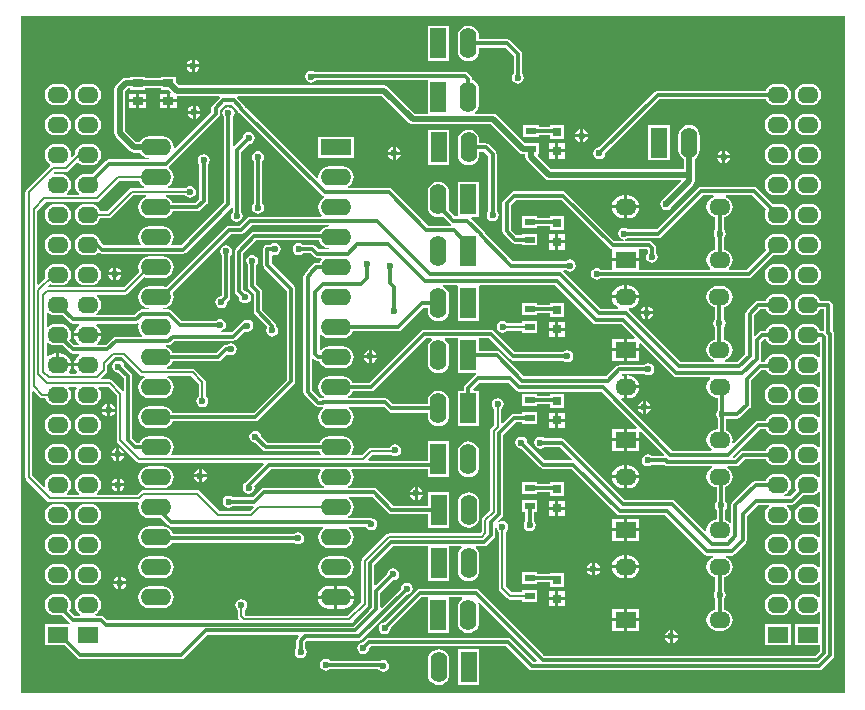
<source format=gbl>
G04*
G04 #@! TF.GenerationSoftware,Altium Limited,Altium Designer,19.0.15 (446)*
G04*
G04 Layer_Physical_Order=2*
G04 Layer_Color=16711680*
%FSLAX25Y25*%
%MOIN*%
G70*
G01*
G75*
%ADD10C,0.00787*%
%ADD21C,0.01181*%
%ADD22C,0.01968*%
%ADD23O,0.10236X0.05512*%
%ADD24R,0.10236X0.05512*%
%ADD25O,0.05512X0.10236*%
%ADD26R,0.05512X0.10236*%
%ADD27R,0.07087X0.05512*%
%ADD28O,0.07087X0.05512*%
%ADD29C,0.02362*%
%ADD30R,0.03150X0.03150*%
%ADD31R,0.03543X0.02756*%
%ADD32R,0.03543X0.02362*%
G36*
X275197Y394D02*
X394D01*
Y225984D01*
X275197D01*
Y394D01*
D02*
G37*
%LPC*%
G36*
X143150Y222835D02*
X136063D01*
Y211024D01*
X143150D01*
Y222835D01*
D02*
G37*
G36*
X58374Y211573D02*
Y209949D01*
X59998D01*
X59929Y210300D01*
X59447Y211021D01*
X58725Y211503D01*
X58374Y211573D01*
D02*
G37*
G36*
X57374D02*
X57023Y211503D01*
X56301Y211021D01*
X55819Y210300D01*
X55750Y209949D01*
X57374D01*
Y211573D01*
D02*
G37*
G36*
X59998Y208949D02*
X58374D01*
Y207324D01*
X58725Y207394D01*
X59447Y207876D01*
X59929Y208598D01*
X59998Y208949D01*
D02*
G37*
G36*
X57374D02*
X55750D01*
X55819Y208598D01*
X56301Y207876D01*
X57023Y207394D01*
X57374Y207324D01*
Y208949D01*
D02*
G37*
G36*
X149606Y222865D02*
X148681Y222743D01*
X147819Y222386D01*
X147079Y221818D01*
X146511Y221078D01*
X146154Y220216D01*
X146032Y219291D01*
Y214567D01*
X146154Y213642D01*
X146511Y212780D01*
X147079Y212040D01*
X147819Y211472D01*
X148681Y211115D01*
X149606Y210993D01*
X150531Y211115D01*
X151393Y211472D01*
X152133Y212040D01*
X152701Y212780D01*
X153058Y213642D01*
X153180Y214567D01*
Y215524D01*
X162016D01*
X164737Y212804D01*
Y206941D01*
X164723Y206931D01*
X164287Y206280D01*
X164135Y205512D01*
X164287Y204744D01*
X164723Y204093D01*
X165374Y203658D01*
X166142Y203505D01*
X166910Y203658D01*
X167561Y204093D01*
X167996Y204744D01*
X168149Y205512D01*
X167996Y206280D01*
X167561Y206931D01*
X167547Y206941D01*
Y213386D01*
X167440Y213924D01*
X167135Y214379D01*
X163592Y217923D01*
X163136Y218227D01*
X162598Y218334D01*
X153180D01*
Y219291D01*
X153058Y220216D01*
X152701Y221078D01*
X152133Y221818D01*
X151393Y222386D01*
X150531Y222743D01*
X149606Y222865D01*
D02*
G37*
G36*
X263583Y203416D02*
X262008D01*
X261083Y203295D01*
X260221Y202938D01*
X259481Y202370D01*
X258913Y201629D01*
X258556Y200767D01*
X258434Y199843D01*
X258556Y198917D01*
X258913Y198056D01*
X259481Y197315D01*
X260221Y196748D01*
X261083Y196390D01*
X262008Y196269D01*
X263583D01*
X264508Y196390D01*
X265370Y196748D01*
X266110Y197315D01*
X266678Y198056D01*
X267035Y198917D01*
X267157Y199843D01*
X267035Y200767D01*
X266678Y201629D01*
X266110Y202370D01*
X265370Y202938D01*
X264508Y203295D01*
X263583Y203416D01*
D02*
G37*
G36*
X253583D02*
X252008D01*
X251083Y203295D01*
X250221Y202938D01*
X249481Y202370D01*
X248913Y201629D01*
X248755Y201248D01*
X212835D01*
X212297Y201140D01*
X211841Y200836D01*
X193324Y182319D01*
X193307Y182322D01*
X192539Y182169D01*
X191888Y181734D01*
X191453Y181083D01*
X191300Y180315D01*
X191453Y179547D01*
X191888Y178896D01*
X192539Y178461D01*
X193307Y178308D01*
X194075Y178461D01*
X194726Y178896D01*
X195161Y179547D01*
X195314Y180315D01*
X195311Y180332D01*
X213417Y198438D01*
X248755D01*
X248913Y198056D01*
X249481Y197315D01*
X250221Y196748D01*
X251083Y196390D01*
X252008Y196269D01*
X253583D01*
X254508Y196390D01*
X255370Y196748D01*
X256110Y197315D01*
X256678Y198056D01*
X257035Y198917D01*
X257157Y199843D01*
X257035Y200767D01*
X256678Y201629D01*
X256110Y202370D01*
X255370Y202938D01*
X254508Y203295D01*
X253583Y203416D01*
D02*
G37*
G36*
X23583D02*
X22008D01*
X21083Y203295D01*
X20221Y202938D01*
X19481Y202370D01*
X18913Y201629D01*
X18556Y200767D01*
X18434Y199843D01*
X18556Y198917D01*
X18913Y198056D01*
X19481Y197315D01*
X20221Y196748D01*
X21083Y196390D01*
X22008Y196269D01*
X23583D01*
X24508Y196390D01*
X25370Y196748D01*
X26110Y197315D01*
X26678Y198056D01*
X27035Y198917D01*
X27156Y199843D01*
X27035Y200767D01*
X26678Y201629D01*
X26110Y202370D01*
X25370Y202938D01*
X24508Y203295D01*
X23583Y203416D01*
D02*
G37*
G36*
X13583D02*
X12008D01*
X11083Y203295D01*
X10221Y202938D01*
X9481Y202370D01*
X8913Y201629D01*
X8556Y200767D01*
X8434Y199843D01*
X8556Y198917D01*
X8913Y198056D01*
X9481Y197315D01*
X10221Y196748D01*
X11083Y196390D01*
X12008Y196269D01*
X13583D01*
X14508Y196390D01*
X15370Y196748D01*
X16110Y197315D01*
X16678Y198056D01*
X17035Y198917D01*
X17156Y199843D01*
X17035Y200767D01*
X16678Y201629D01*
X16110Y202370D01*
X15370Y202938D01*
X14508Y203295D01*
X13583Y203416D01*
D02*
G37*
G36*
X97244Y207913D02*
X96476Y207760D01*
X95825Y207325D01*
X95390Y206674D01*
X95237Y205906D01*
X95390Y205137D01*
X95825Y204486D01*
X96476Y204051D01*
X97244Y203898D01*
X98012Y204051D01*
X98663Y204486D01*
X98804Y204697D01*
X136063D01*
Y193539D01*
X131851D01*
X122931Y202458D01*
X122345Y202850D01*
X121653Y202988D01*
X53220D01*
X52165Y204042D01*
Y205906D01*
X47047D01*
Y205546D01*
X41929D01*
Y205906D01*
X36811D01*
Y205546D01*
X35433D01*
X34742Y205409D01*
X34156Y205017D01*
X32187Y203049D01*
X31796Y202463D01*
X31658Y201772D01*
Y187008D01*
X31796Y186317D01*
X32187Y185731D01*
X36833Y181085D01*
X37419Y180693D01*
X38110Y180556D01*
X40069D01*
X40622Y179835D01*
X41363Y179267D01*
X42225Y178910D01*
X43101Y178795D01*
X43068Y178295D01*
X29842D01*
X29305Y178188D01*
X28849Y177883D01*
X24289Y173323D01*
X23583Y173416D01*
X22008D01*
X21083Y173295D01*
X20221Y172938D01*
X19481Y172370D01*
X18913Y171630D01*
X18556Y170767D01*
X18434Y169843D01*
X18556Y168918D01*
X18913Y168056D01*
X19481Y167315D01*
X19867Y167019D01*
X19697Y166519D01*
X15893D01*
X15724Y167019D01*
X16110Y167315D01*
X16678Y168056D01*
X17035Y168918D01*
X17156Y169843D01*
X17035Y170767D01*
X16678Y171630D01*
X16110Y172370D01*
X15370Y172938D01*
X14508Y173295D01*
X13583Y173416D01*
X12008D01*
X11714Y173378D01*
X11466Y173849D01*
X11668Y174111D01*
X15458D01*
X15458Y174111D01*
X15919Y174202D01*
X16310Y174463D01*
X19181Y177335D01*
X19481Y177315D01*
X20221Y176748D01*
X21083Y176390D01*
X22008Y176269D01*
X23583D01*
X24508Y176390D01*
X25370Y176748D01*
X26110Y177315D01*
X26678Y178056D01*
X27035Y178918D01*
X27156Y179842D01*
X27035Y180768D01*
X26678Y181630D01*
X26110Y182370D01*
X25370Y182938D01*
X24508Y183295D01*
X23583Y183416D01*
X22008D01*
X21083Y183295D01*
X20221Y182938D01*
X19481Y182370D01*
X18913Y181630D01*
X18556Y180768D01*
X18457Y180017D01*
X17567Y179127D01*
X17093Y179360D01*
X17156Y179842D01*
X17035Y180768D01*
X16678Y181630D01*
X16110Y182370D01*
X15370Y182938D01*
X14508Y183295D01*
X13583Y183416D01*
X12008D01*
X11083Y183295D01*
X10221Y182938D01*
X9481Y182370D01*
X8913Y181630D01*
X8556Y180768D01*
X8434Y179842D01*
X8556Y178918D01*
X8913Y178056D01*
X9481Y177315D01*
X10221Y176748D01*
X10261Y176190D01*
X10226Y176166D01*
X10226Y176166D01*
X2298Y168239D01*
X2037Y167848D01*
X1945Y167387D01*
X1945Y167387D01*
Y72298D01*
X1945Y72298D01*
X2037Y71837D01*
X2298Y71446D01*
X9281Y64464D01*
X9281Y64463D01*
X9672Y64202D01*
X10132Y64111D01*
X10133Y64111D01*
X39497D01*
X39807Y63739D01*
X39839Y63629D01*
X39698Y63287D01*
X39576Y62362D01*
X39698Y61437D01*
X40055Y60575D01*
X40622Y59835D01*
X41363Y59267D01*
X42225Y58910D01*
X43150Y58788D01*
X47099D01*
X49597Y56290D01*
X50053Y55985D01*
X50591Y55879D01*
X101131D01*
X101163Y55820D01*
X101260Y55379D01*
X100622Y54889D01*
X100055Y54149D01*
X99698Y53287D01*
X99576Y52362D01*
X99698Y51437D01*
X100055Y50575D01*
X100622Y49835D01*
X101363Y49267D01*
X102225Y48910D01*
X103150Y48788D01*
X107874D01*
X108799Y48910D01*
X109661Y49267D01*
X110401Y49835D01*
X110969Y50575D01*
X111326Y51437D01*
X111448Y52362D01*
X111326Y53287D01*
X110969Y54149D01*
X110401Y54889D01*
X109764Y55379D01*
X109861Y55820D01*
X109893Y55879D01*
X115499D01*
X115904Y55274D01*
X116555Y54839D01*
X117323Y54686D01*
X118091Y54839D01*
X118742Y55274D01*
X119177Y55925D01*
X119330Y56693D01*
X119177Y57461D01*
X118742Y58112D01*
X118091Y58547D01*
X117323Y58700D01*
X116999Y58635D01*
X116732Y58688D01*
X109570D01*
X109471Y59188D01*
X109661Y59267D01*
X110401Y59835D01*
X110969Y60575D01*
X111326Y61437D01*
X111448Y62362D01*
X111326Y63287D01*
X110969Y64149D01*
X110401Y64889D01*
X109712Y65418D01*
X109717Y65592D01*
X109854Y65918D01*
X117528D01*
X123022Y60424D01*
X123478Y60119D01*
X124016Y60012D01*
X136221D01*
Y55512D01*
X143307D01*
Y67323D01*
X136221D01*
Y62822D01*
X124598D01*
X119104Y68316D01*
X118648Y68621D01*
X118110Y68728D01*
X109665D01*
X109566Y69228D01*
X109661Y69267D01*
X110401Y69835D01*
X110969Y70575D01*
X111326Y71437D01*
X111448Y72362D01*
X111326Y73287D01*
X110969Y74149D01*
X110627Y74595D01*
X110873Y75095D01*
X136063D01*
Y72441D01*
X143150D01*
Y84252D01*
X136063D01*
Y77905D01*
X116361D01*
X116170Y78367D01*
X117599Y79796D01*
X123908D01*
X124432Y79446D01*
X125200Y79293D01*
X125968Y79446D01*
X126619Y79881D01*
X127054Y80532D01*
X127207Y81300D01*
X127054Y82068D01*
X126619Y82719D01*
X125968Y83154D01*
X125200Y83307D01*
X124432Y83154D01*
X123781Y82719D01*
X123437Y82204D01*
X117100D01*
X117100Y82204D01*
X116639Y82113D01*
X116249Y81852D01*
X116249Y81852D01*
X114026Y79629D01*
X110874D01*
X110627Y80129D01*
X110969Y80575D01*
X111326Y81437D01*
X111448Y82362D01*
X111326Y83287D01*
X110969Y84149D01*
X110401Y84889D01*
X109661Y85457D01*
X108799Y85814D01*
X107874Y85936D01*
X103150D01*
X102225Y85814D01*
X101363Y85457D01*
X100622Y84889D01*
X100055Y84149D01*
X99896Y83767D01*
X82728D01*
X80685Y85810D01*
X80688Y85827D01*
X80535Y86595D01*
X80100Y87246D01*
X79449Y87681D01*
X78681Y87834D01*
X77913Y87681D01*
X77262Y87246D01*
X76827Y86595D01*
X76674Y85827D01*
X76827Y85059D01*
X77262Y84408D01*
X77913Y83973D01*
X78681Y83820D01*
X78698Y83823D01*
X81152Y81369D01*
X81608Y81064D01*
X82146Y80957D01*
X99896D01*
X100055Y80575D01*
X100397Y80129D01*
X100150Y79629D01*
X50874D01*
X50627Y80129D01*
X50969Y80575D01*
X51326Y81437D01*
X51448Y82362D01*
X51326Y83287D01*
X50969Y84149D01*
X50401Y84889D01*
X49661Y85457D01*
X48799Y85814D01*
X47874Y85936D01*
X43150D01*
X42225Y85814D01*
X41363Y85457D01*
X40622Y84889D01*
X40055Y84149D01*
X39896Y83767D01*
X39086D01*
X37673Y85180D01*
Y105932D01*
X37566Y106470D01*
X37262Y106925D01*
X35004Y109183D01*
X35007Y109200D01*
X34854Y109968D01*
X34419Y110619D01*
X33768Y111054D01*
X33000Y111207D01*
X32232Y111054D01*
X31581Y110619D01*
X31146Y109968D01*
X30993Y109200D01*
X31146Y108432D01*
X31581Y107781D01*
X32232Y107346D01*
X33000Y107193D01*
X33017Y107196D01*
X34863Y105350D01*
Y101405D01*
X34363Y101198D01*
X30930Y104631D01*
X30540Y104892D01*
X30079Y104984D01*
X30079Y104984D01*
X27483D01*
X27292Y105446D01*
X28962Y107116D01*
X28962Y107116D01*
X29223Y107506D01*
X29315Y107967D01*
Y109852D01*
X31729Y112267D01*
X34271D01*
X40089Y106448D01*
X40480Y106187D01*
X40941Y106096D01*
X41598D01*
X41697Y105596D01*
X41363Y105457D01*
X40622Y104889D01*
X40055Y104149D01*
X39698Y103287D01*
X39576Y102362D01*
X39698Y101437D01*
X40055Y100575D01*
X40622Y99835D01*
X41363Y99267D01*
X42225Y98910D01*
X43150Y98788D01*
X47874D01*
X48799Y98910D01*
X49661Y99267D01*
X50401Y99835D01*
X50969Y100575D01*
X51326Y101437D01*
X51448Y102362D01*
X51326Y103287D01*
X50969Y104149D01*
X50401Y104889D01*
X49661Y105457D01*
X49327Y105596D01*
X49426Y106096D01*
X57201D01*
X59796Y103501D01*
Y99263D01*
X59581Y99119D01*
X59146Y98468D01*
X58993Y97700D01*
X59146Y96932D01*
X59581Y96281D01*
X60232Y95846D01*
X61000Y95693D01*
X61768Y95846D01*
X62419Y96281D01*
X62854Y96932D01*
X63007Y97700D01*
X62854Y98468D01*
X62419Y99119D01*
X62204Y99263D01*
Y104000D01*
X62113Y104461D01*
X61852Y104851D01*
X61852Y104851D01*
X58552Y108151D01*
X58161Y108413D01*
X57700Y108504D01*
X57700Y108504D01*
X49126D01*
X49026Y109004D01*
X49661Y109267D01*
X50401Y109835D01*
X50969Y110575D01*
X51127Y110957D01*
X66237D01*
X66774Y111064D01*
X67230Y111369D01*
X69263Y113401D01*
X69704Y113106D01*
X70472Y112954D01*
X71241Y113106D01*
X71892Y113541D01*
X72327Y114193D01*
X72479Y114961D01*
X72327Y115729D01*
X71892Y116380D01*
X71241Y116815D01*
X70472Y116968D01*
X69704Y116815D01*
X69053Y116380D01*
X69044Y116366D01*
X68835D01*
X68298Y116259D01*
X67842Y115954D01*
X65655Y113767D01*
X51127D01*
X50969Y114149D01*
X50401Y114889D01*
X49661Y115457D01*
X48799Y115814D01*
X48890Y116295D01*
X49615D01*
X50152Y116402D01*
X50608Y116707D01*
X51729Y117827D01*
X71336D01*
X71874Y117934D01*
X72330Y118239D01*
X75129Y121038D01*
X75216Y120980D01*
X75984Y120828D01*
X76752Y120980D01*
X77403Y121415D01*
X77838Y122067D01*
X77991Y122835D01*
X77838Y123603D01*
X77403Y124254D01*
X76752Y124689D01*
X75984Y124842D01*
X75216Y124689D01*
X74565Y124254D01*
X74497Y124152D01*
X74401Y124133D01*
X73945Y123828D01*
X70754Y120637D01*
X67243D01*
X67206Y120668D01*
X67240Y121010D01*
X67332Y121203D01*
X67664Y121269D01*
X68315Y121704D01*
X68750Y122355D01*
X68903Y123123D01*
X68750Y123891D01*
X68315Y124542D01*
X67664Y124978D01*
X66896Y125130D01*
X66128Y124978D01*
X65476Y124542D01*
X65467Y124528D01*
X54098D01*
X50743Y127883D01*
X50287Y128188D01*
X49749Y128295D01*
X47955D01*
X47922Y128795D01*
X48799Y128910D01*
X49661Y129267D01*
X50401Y129835D01*
X50969Y130575D01*
X51326Y131437D01*
X51448Y132362D01*
X51326Y133287D01*
X51082Y133876D01*
X70525Y153320D01*
X73758D01*
X74295Y153426D01*
X74751Y153731D01*
X77450Y156430D01*
X103068D01*
X103101Y155930D01*
X102225Y155814D01*
X101363Y155457D01*
X100622Y154889D01*
X100055Y154149D01*
X100035Y154102D01*
X78287D01*
X77750Y153995D01*
X77294Y153690D01*
X72176Y148572D01*
X71871Y148116D01*
X71764Y147579D01*
Y134311D01*
X71871Y133773D01*
X72176Y133318D01*
X73193Y132300D01*
X73190Y132283D01*
X73343Y131515D01*
X73778Y130864D01*
X74429Y130429D01*
X75197Y130276D01*
X75965Y130429D01*
X76616Y130864D01*
X77051Y131515D01*
X77204Y132283D01*
X77051Y133052D01*
X76616Y133703D01*
X75965Y134138D01*
X75197Y134291D01*
X75180Y134287D01*
X74574Y134893D01*
Y146997D01*
X78869Y151292D01*
X99758D01*
X100055Y150575D01*
X100622Y149835D01*
X101363Y149267D01*
X102225Y148910D01*
X103023Y148805D01*
X102991Y148305D01*
X99745D01*
X98632Y149418D01*
X98176Y149723D01*
X97638Y149830D01*
X94533D01*
X94523Y149844D01*
X93872Y150279D01*
X93104Y150432D01*
X92336Y150279D01*
X91685Y149844D01*
X91250Y149193D01*
X91097Y148425D01*
X91250Y147657D01*
X91685Y147006D01*
X92336Y146571D01*
X93104Y146418D01*
X93872Y146571D01*
X94523Y147006D01*
X94533Y147020D01*
X97056D01*
X98170Y145906D01*
X98625Y145602D01*
X99163Y145495D01*
X100591D01*
X100760Y144995D01*
X100622Y144889D01*
X100055Y144149D01*
X99896Y143767D01*
X98976D01*
X98439Y143660D01*
X97983Y143356D01*
X96192Y141564D01*
X95887Y141109D01*
X95871Y141030D01*
X95069Y140228D01*
X94765Y139772D01*
X94658Y139235D01*
Y100787D01*
X94765Y100250D01*
X95069Y99794D01*
X98613Y96251D01*
X99069Y95946D01*
X99606Y95839D01*
X101072D01*
X101239Y95363D01*
X100622Y94889D01*
X100055Y94149D01*
X99698Y93287D01*
X99576Y92362D01*
X99698Y91437D01*
X100055Y90575D01*
X100622Y89835D01*
X101363Y89267D01*
X102225Y88910D01*
X103150Y88788D01*
X107874D01*
X108799Y88910D01*
X109661Y89267D01*
X110401Y89835D01*
X110969Y90575D01*
X111326Y91437D01*
X111448Y92362D01*
X111326Y93287D01*
X110969Y94149D01*
X110401Y94889D01*
X109764Y95379D01*
X109861Y95820D01*
X109893Y95878D01*
X121426D01*
X123022Y94282D01*
X123478Y93978D01*
X124016Y93871D01*
X136032D01*
Y92913D01*
X136154Y91988D01*
X136511Y91126D01*
X137079Y90386D01*
X137819Y89818D01*
X138681Y89461D01*
X139606Y89340D01*
X140531Y89461D01*
X141393Y89818D01*
X142133Y90386D01*
X142701Y91126D01*
X143058Y91988D01*
X143180Y92913D01*
Y97638D01*
X143058Y98563D01*
X142701Y99425D01*
X142133Y100165D01*
X141393Y100733D01*
X140531Y101090D01*
X139606Y101212D01*
X138681Y101090D01*
X137819Y100733D01*
X137079Y100165D01*
X136511Y99425D01*
X136154Y98563D01*
X136032Y97638D01*
Y96680D01*
X124598D01*
X123001Y98277D01*
X122546Y98581D01*
X122008Y98688D01*
X109570D01*
X109471Y99188D01*
X109661Y99267D01*
X110401Y99835D01*
X110969Y100575D01*
X111127Y100957D01*
X117205D01*
X117742Y101064D01*
X118198Y101369D01*
X135503Y118674D01*
X137291D01*
X137460Y118174D01*
X137079Y117881D01*
X136511Y117141D01*
X136154Y116279D01*
X136032Y115354D01*
Y110630D01*
X136154Y109705D01*
X136511Y108843D01*
X137079Y108103D01*
X137819Y107535D01*
X138681Y107178D01*
X139606Y107056D01*
X140531Y107178D01*
X141393Y107535D01*
X142133Y108103D01*
X142701Y108843D01*
X143058Y109705D01*
X143180Y110630D01*
Y115354D01*
X143058Y116279D01*
X142701Y117141D01*
X142133Y117881D01*
X141752Y118174D01*
X141922Y118674D01*
X146063D01*
Y107087D01*
X152162D01*
X152255Y106633D01*
X152245Y106587D01*
X151806Y106293D01*
X148613Y103100D01*
X148308Y102644D01*
X148201Y102106D01*
Y101181D01*
X146063D01*
Y89370D01*
X153150D01*
Y101181D01*
X151375D01*
X151168Y101681D01*
X153382Y103895D01*
X162906D01*
X165495Y101307D01*
X165951Y101002D01*
X166488Y100895D01*
X193918D01*
X205832Y88982D01*
X205640Y88520D01*
X202567D01*
Y85264D01*
X206610D01*
Y87550D01*
X207072Y87741D01*
X214994Y79820D01*
X214802Y79358D01*
X210878D01*
X210868Y79372D01*
X210217Y79807D01*
X209449Y79960D01*
X208681Y79807D01*
X208030Y79372D01*
X207594Y78721D01*
X207442Y77953D01*
X207594Y77185D01*
X208030Y76534D01*
X208681Y76099D01*
X209449Y75946D01*
X210217Y76099D01*
X210868Y76534D01*
X210878Y76548D01*
X214925D01*
X214986Y76487D01*
X215441Y76182D01*
X215979Y76075D01*
X230692D01*
X230792Y75575D01*
X230052Y75007D01*
X229484Y74267D01*
X229127Y73405D01*
X229005Y72480D01*
X229127Y71555D01*
X229484Y70693D01*
X230052Y69953D01*
X230792Y69385D01*
X231654Y69028D01*
X232453Y68923D01*
Y64421D01*
X232439Y64411D01*
X232004Y63760D01*
X231851Y62992D01*
X232004Y62224D01*
X232439Y61573D01*
X232453Y61563D01*
Y58321D01*
X231654Y58216D01*
X230792Y57859D01*
X230052Y57291D01*
X229484Y56551D01*
X229127Y55689D01*
X229005Y54764D01*
X229025Y54608D01*
X228552Y54375D01*
X218547Y64379D01*
X218091Y64684D01*
X217554Y64791D01*
X201763D01*
X181702Y84852D01*
X181246Y85156D01*
X180709Y85263D01*
X175051D01*
X175041Y85277D01*
X174390Y85713D01*
X173622Y85865D01*
X172854Y85713D01*
X172203Y85277D01*
X171768Y84626D01*
X171615Y83858D01*
X171768Y83090D01*
X172203Y82439D01*
X172854Y82004D01*
X173622Y81851D01*
X174390Y82004D01*
X175041Y82439D01*
X175051Y82453D01*
X180127D01*
X184133Y78448D01*
X183941Y77986D01*
X175182D01*
X169326Y83841D01*
X169330Y83858D01*
X169177Y84626D01*
X168742Y85277D01*
X168091Y85712D01*
X167323Y85865D01*
X166554Y85712D01*
X165903Y85277D01*
X165468Y84626D01*
X165315Y83858D01*
X165468Y83090D01*
X165903Y82439D01*
X166554Y82004D01*
X167323Y81851D01*
X167339Y81854D01*
X173607Y75587D01*
X174062Y75283D01*
X174600Y75176D01*
X184064D01*
X199209Y60030D01*
X199665Y59726D01*
X200203Y59619D01*
X215166D01*
X228140Y46644D01*
X228596Y46340D01*
X229134Y46233D01*
X231072D01*
X231172Y45733D01*
X230792Y45575D01*
X230052Y45007D01*
X229484Y44267D01*
X229127Y43405D01*
X229005Y42480D01*
X229127Y41555D01*
X229484Y40693D01*
X230052Y39953D01*
X230792Y39385D01*
X231654Y39028D01*
X231961Y38988D01*
Y34500D01*
X231947Y34490D01*
X231512Y33839D01*
X231359Y33071D01*
X231512Y32303D01*
X231947Y31652D01*
X231961Y31642D01*
Y28256D01*
X231654Y28216D01*
X230792Y27859D01*
X230052Y27291D01*
X229484Y26551D01*
X229127Y25689D01*
X229005Y24764D01*
X229127Y23839D01*
X229484Y22977D01*
X230052Y22237D01*
X230792Y21669D01*
X231654Y21312D01*
X232579Y21190D01*
X234154D01*
X235079Y21312D01*
X235941Y21669D01*
X236681Y22237D01*
X237249Y22977D01*
X237606Y23839D01*
X237727Y24764D01*
X237606Y25689D01*
X237249Y26551D01*
X236681Y27291D01*
X235941Y27859D01*
X235079Y28216D01*
X234771Y28256D01*
Y31642D01*
X234785Y31652D01*
X235220Y32303D01*
X235373Y33071D01*
X235220Y33839D01*
X234785Y34490D01*
X234771Y34500D01*
Y38988D01*
X235079Y39028D01*
X235941Y39385D01*
X236681Y39953D01*
X237249Y40693D01*
X237606Y41555D01*
X237727Y42480D01*
X237606Y43405D01*
X237249Y44267D01*
X236681Y45007D01*
X235941Y45575D01*
X235560Y45733D01*
X235660Y46233D01*
X237378D01*
X237915Y46340D01*
X238371Y46644D01*
X242037Y50310D01*
X242341Y50766D01*
X242448Y51304D01*
Y59538D01*
X246073Y63162D01*
X249692D01*
X249862Y62662D01*
X249481Y62370D01*
X248913Y61629D01*
X248556Y60768D01*
X248434Y59842D01*
X248556Y58917D01*
X248913Y58056D01*
X249481Y57315D01*
X250221Y56748D01*
X251083Y56390D01*
X252008Y56269D01*
X253583D01*
X254508Y56390D01*
X255370Y56748D01*
X256110Y57315D01*
X256678Y58056D01*
X257035Y58917D01*
X257157Y59842D01*
X257035Y60768D01*
X256678Y61629D01*
X256110Y62370D01*
X255729Y62662D01*
X255898Y63162D01*
X257520D01*
X258057Y63269D01*
X258513Y63573D01*
X261301Y66362D01*
X262008Y66269D01*
X263583D01*
X264508Y66390D01*
X265370Y66747D01*
X266110Y67315D01*
X266205Y67440D01*
X266705Y67270D01*
Y62415D01*
X266205Y62245D01*
X266110Y62370D01*
X265370Y62938D01*
X264508Y63295D01*
X263583Y63416D01*
X262008D01*
X261083Y63295D01*
X260221Y62938D01*
X259481Y62370D01*
X258913Y61629D01*
X258556Y60768D01*
X258434Y59842D01*
X258556Y58917D01*
X258913Y58056D01*
X259481Y57315D01*
X260221Y56748D01*
X261083Y56390D01*
X262008Y56269D01*
X263583D01*
X264508Y56390D01*
X265370Y56748D01*
X266110Y57315D01*
X266205Y57440D01*
X266705Y57270D01*
Y52415D01*
X266205Y52245D01*
X266110Y52370D01*
X265370Y52938D01*
X264508Y53295D01*
X263583Y53416D01*
X262008D01*
X261083Y53295D01*
X260221Y52938D01*
X259481Y52370D01*
X258913Y51630D01*
X258556Y50767D01*
X258434Y49843D01*
X258556Y48917D01*
X258913Y48056D01*
X259481Y47315D01*
X260221Y46747D01*
X261083Y46390D01*
X262008Y46269D01*
X263583D01*
X264508Y46390D01*
X265370Y46747D01*
X266110Y47315D01*
X266205Y47440D01*
X266705Y47270D01*
Y42415D01*
X266205Y42245D01*
X266110Y42370D01*
X265370Y42938D01*
X264508Y43295D01*
X263583Y43416D01*
X262008D01*
X261083Y43295D01*
X260221Y42938D01*
X259481Y42370D01*
X258913Y41629D01*
X258556Y40767D01*
X258434Y39843D01*
X258556Y38917D01*
X258913Y38056D01*
X259481Y37315D01*
X260221Y36748D01*
X261083Y36390D01*
X262008Y36269D01*
X263583D01*
X264508Y36390D01*
X265370Y36748D01*
X266110Y37315D01*
X266205Y37440D01*
X266705Y37270D01*
Y32415D01*
X266205Y32245D01*
X266110Y32370D01*
X265370Y32938D01*
X264508Y33295D01*
X263583Y33416D01*
X262008D01*
X261083Y33295D01*
X260221Y32938D01*
X259481Y32370D01*
X258913Y31629D01*
X258556Y30768D01*
X258434Y29842D01*
X258556Y28918D01*
X258913Y28056D01*
X259481Y27315D01*
X260221Y26748D01*
X261083Y26390D01*
X262008Y26269D01*
X263583D01*
X264508Y26390D01*
X265370Y26748D01*
X266110Y27315D01*
X266205Y27440D01*
X266705Y27270D01*
Y23386D01*
X258465D01*
Y16299D01*
X266705D01*
Y14362D01*
X265166Y12822D01*
X174991D01*
X153159Y34655D01*
X152703Y34959D01*
X152165Y35066D01*
X133413D01*
X132875Y34959D01*
X132420Y34655D01*
X121800Y24035D01*
X121704Y24054D01*
X120936Y23901D01*
X120285Y23467D01*
X119850Y22815D01*
X119697Y22047D01*
X119850Y21279D01*
X120285Y20628D01*
X120936Y20193D01*
X121704Y20040D01*
X122473Y20193D01*
X123124Y20628D01*
X123559Y21279D01*
X123693Y21955D01*
X133995Y32256D01*
X136063D01*
Y20472D01*
X143150D01*
Y32256D01*
X147587D01*
X147619Y32198D01*
X147717Y31756D01*
X147079Y31267D01*
X146511Y30527D01*
X146154Y29665D01*
X146032Y28740D01*
Y24016D01*
X146154Y23091D01*
X146511Y22229D01*
X147079Y21489D01*
X147819Y20921D01*
X148681Y20564D01*
X149606Y20442D01*
X150531Y20564D01*
X151393Y20921D01*
X152133Y21489D01*
X152701Y22229D01*
X153058Y23091D01*
X153180Y24016D01*
Y28740D01*
X153058Y29665D01*
X152769Y30364D01*
X153193Y30647D01*
X172524Y11316D01*
X172333Y10854D01*
X171448D01*
X163926Y18375D01*
X163471Y18680D01*
X162933Y18787D01*
X116595D01*
X116057Y18680D01*
X115601Y18375D01*
X114584Y17358D01*
X114567Y17361D01*
X113799Y17209D01*
X113148Y16773D01*
X112713Y16122D01*
X112560Y15354D01*
X112713Y14586D01*
X113148Y13935D01*
X113799Y13500D01*
X114567Y13347D01*
X115335Y13500D01*
X115986Y13935D01*
X116421Y14586D01*
X116574Y15354D01*
X116571Y15371D01*
X117176Y15977D01*
X162351D01*
X169873Y8455D01*
X170328Y8151D01*
X170866Y8044D01*
X266563D01*
X267101Y8151D01*
X267557Y8455D01*
X271072Y11971D01*
X271377Y12427D01*
X271484Y12964D01*
Y120005D01*
X271377Y120543D01*
X271077Y120991D01*
Y129842D01*
X270970Y130380D01*
X270666Y130836D01*
X270210Y131140D01*
X269672Y131247D01*
X266836D01*
X266678Y131630D01*
X266110Y132370D01*
X265370Y132938D01*
X264508Y133295D01*
X263583Y133416D01*
X262008D01*
X261083Y133295D01*
X260221Y132938D01*
X259481Y132370D01*
X258913Y131630D01*
X258556Y130768D01*
X258434Y129842D01*
X258556Y128918D01*
X258913Y128056D01*
X259481Y127315D01*
X260221Y126748D01*
X261083Y126390D01*
X262008Y126269D01*
X263583D01*
X264508Y126390D01*
X265370Y126748D01*
X266110Y127315D01*
X266678Y128056D01*
X266836Y128438D01*
X268267D01*
Y121514D01*
X267768Y121186D01*
X267458Y121247D01*
X266836D01*
X266678Y121630D01*
X266110Y122370D01*
X265370Y122938D01*
X264508Y123295D01*
X263583Y123416D01*
X262008D01*
X261083Y123295D01*
X260221Y122938D01*
X259481Y122370D01*
X258913Y121630D01*
X258556Y120767D01*
X258434Y119843D01*
X258556Y118918D01*
X258913Y118056D01*
X259481Y117315D01*
X260221Y116747D01*
X261083Y116390D01*
X262008Y116269D01*
X263583D01*
X264508Y116390D01*
X265370Y116747D01*
X266110Y117315D01*
X266205Y117440D01*
X266705Y117270D01*
Y112415D01*
X266205Y112245D01*
X266110Y112370D01*
X265370Y112938D01*
X264508Y113295D01*
X263583Y113416D01*
X262008D01*
X261083Y113295D01*
X260221Y112938D01*
X259481Y112370D01*
X258913Y111629D01*
X258556Y110767D01*
X258434Y109843D01*
X258556Y108917D01*
X258913Y108056D01*
X259481Y107315D01*
X260221Y106747D01*
X261083Y106390D01*
X262008Y106269D01*
X263583D01*
X264508Y106390D01*
X265370Y106747D01*
X266110Y107315D01*
X266205Y107440D01*
X266705Y107270D01*
Y102415D01*
X266205Y102245D01*
X266110Y102370D01*
X265370Y102938D01*
X264508Y103295D01*
X263583Y103416D01*
X262008D01*
X261083Y103295D01*
X260221Y102938D01*
X259481Y102370D01*
X258913Y101629D01*
X258556Y100768D01*
X258434Y99843D01*
X258556Y98918D01*
X258913Y98056D01*
X259481Y97315D01*
X260221Y96747D01*
X261083Y96390D01*
X262008Y96269D01*
X263583D01*
X264508Y96390D01*
X265370Y96747D01*
X266110Y97315D01*
X266205Y97440D01*
X266705Y97270D01*
Y92415D01*
X266205Y92245D01*
X266110Y92370D01*
X265370Y92938D01*
X264508Y93295D01*
X263583Y93416D01*
X262008D01*
X261083Y93295D01*
X260221Y92938D01*
X259481Y92370D01*
X258913Y91629D01*
X258556Y90768D01*
X258434Y89842D01*
X258556Y88917D01*
X258913Y88056D01*
X259481Y87315D01*
X260221Y86747D01*
X261083Y86390D01*
X262008Y86269D01*
X263583D01*
X264508Y86390D01*
X265370Y86747D01*
X266110Y87315D01*
X266205Y87440D01*
X266705Y87270D01*
Y82415D01*
X266205Y82245D01*
X266110Y82370D01*
X265370Y82938D01*
X264508Y83295D01*
X263583Y83416D01*
X262008D01*
X261083Y83295D01*
X260221Y82938D01*
X259481Y82370D01*
X258913Y81630D01*
X258556Y80768D01*
X258434Y79843D01*
X258556Y78917D01*
X258913Y78056D01*
X259481Y77315D01*
X260221Y76748D01*
X261083Y76390D01*
X262008Y76269D01*
X263583D01*
X264508Y76390D01*
X265370Y76748D01*
X266110Y77315D01*
X266205Y77440D01*
X266705Y77270D01*
Y72415D01*
X266205Y72245D01*
X266110Y72370D01*
X265370Y72938D01*
X264508Y73295D01*
X263583Y73416D01*
X262008D01*
X261083Y73295D01*
X260221Y72938D01*
X259481Y72370D01*
X258913Y71630D01*
X258556Y70767D01*
X258434Y69842D01*
X258556Y68918D01*
X258913Y68056D01*
X258960Y67994D01*
X256938Y65972D01*
X254804D01*
X254704Y66472D01*
X255370Y66747D01*
X256110Y67315D01*
X256678Y68056D01*
X257035Y68918D01*
X257157Y69842D01*
X257035Y70767D01*
X256678Y71630D01*
X256110Y72370D01*
X255370Y72938D01*
X254508Y73295D01*
X253583Y73416D01*
X252008D01*
X251083Y73295D01*
X250221Y72938D01*
X249481Y72370D01*
X248913Y71630D01*
X248755Y71248D01*
X245433D01*
X244895Y71140D01*
X244440Y70836D01*
X237688Y64084D01*
X237383Y63628D01*
X237276Y63090D01*
Y57336D01*
X236776Y57166D01*
X236681Y57291D01*
X235941Y57859D01*
X235263Y58139D01*
Y61563D01*
X235278Y61573D01*
X235713Y62224D01*
X235865Y62992D01*
X235713Y63760D01*
X235278Y64411D01*
X235263Y64421D01*
Y69105D01*
X235941Y69385D01*
X236681Y69953D01*
X237249Y70693D01*
X237606Y71555D01*
X237727Y72480D01*
X237606Y73405D01*
X237249Y74267D01*
X236681Y75007D01*
X235941Y75575D01*
X236040Y76075D01*
X238898D01*
X239435Y76182D01*
X239891Y76487D01*
X241842Y78438D01*
X248755D01*
X248913Y78056D01*
X249481Y77315D01*
X250221Y76748D01*
X251083Y76390D01*
X252008Y76269D01*
X253583D01*
X254508Y76390D01*
X255370Y76748D01*
X256110Y77315D01*
X256678Y78056D01*
X257035Y78917D01*
X257157Y79843D01*
X257035Y80768D01*
X256678Y81630D01*
X256110Y82370D01*
X255370Y82938D01*
X254508Y83295D01*
X253583Y83416D01*
X252008D01*
X251083Y83295D01*
X250221Y82938D01*
X249481Y82370D01*
X248913Y81630D01*
X248755Y81248D01*
X241260D01*
X240722Y81141D01*
X240266Y80836D01*
X238337Y78906D01*
X237928Y78948D01*
X237745Y79409D01*
X246695Y88359D01*
X248787D01*
X248913Y88056D01*
X249481Y87315D01*
X250221Y86747D01*
X251083Y86390D01*
X252008Y86269D01*
X253583D01*
X254508Y86390D01*
X255370Y86747D01*
X256110Y87315D01*
X256678Y88056D01*
X257035Y88917D01*
X257157Y89842D01*
X257035Y90768D01*
X256678Y91629D01*
X256110Y92370D01*
X255370Y92938D01*
X254508Y93295D01*
X253583Y93416D01*
X252008D01*
X251083Y93295D01*
X250221Y92938D01*
X249481Y92370D01*
X248913Y91629D01*
X248722Y91169D01*
X246113D01*
X245576Y91062D01*
X245120Y90757D01*
X238068Y83705D01*
X238004Y83724D01*
X237622Y83967D01*
X237727Y84764D01*
X237606Y85689D01*
X237249Y86551D01*
X236681Y87291D01*
X235941Y87859D01*
X235657Y87976D01*
Y91878D01*
X235671Y91888D01*
X235681Y91902D01*
X239300D01*
X239838Y92009D01*
X240293Y92314D01*
X243393Y95414D01*
X243698Y95869D01*
X243805Y96407D01*
Y104619D01*
X247281Y108095D01*
X248897D01*
X248913Y108056D01*
X249481Y107315D01*
X250221Y106747D01*
X251083Y106390D01*
X252008Y106269D01*
X253583D01*
X254508Y106390D01*
X255370Y106747D01*
X256110Y107315D01*
X256678Y108056D01*
X257035Y108917D01*
X257157Y109843D01*
X257035Y110767D01*
X256678Y111629D01*
X256110Y112370D01*
X255370Y112938D01*
X254508Y113295D01*
X253583Y113416D01*
X252008D01*
X251083Y113295D01*
X250221Y112938D01*
X249481Y112370D01*
X248913Y111629D01*
X248613Y110905D01*
X247353D01*
X247073Y111347D01*
X247068Y111405D01*
X247167Y111904D01*
Y117380D01*
X248224Y118438D01*
X248755D01*
X248913Y118056D01*
X249481Y117315D01*
X250221Y116747D01*
X251083Y116390D01*
X252008Y116269D01*
X253583D01*
X254508Y116390D01*
X255370Y116747D01*
X256110Y117315D01*
X256678Y118056D01*
X257035Y118918D01*
X257157Y119843D01*
X257035Y120767D01*
X256678Y121630D01*
X256110Y122370D01*
X255370Y122938D01*
X254508Y123295D01*
X253583Y123416D01*
X252008D01*
X251083Y123295D01*
X250221Y122938D01*
X249481Y122370D01*
X248913Y121630D01*
X248755Y121247D01*
X247642D01*
X247105Y121141D01*
X246649Y120836D01*
X245267Y119454D01*
X244805Y119645D01*
Y126318D01*
X246924Y128438D01*
X248755D01*
X248913Y128056D01*
X249481Y127315D01*
X250221Y126748D01*
X251083Y126390D01*
X252008Y126269D01*
X253583D01*
X254508Y126390D01*
X255370Y126748D01*
X256110Y127315D01*
X256678Y128056D01*
X257035Y128918D01*
X257157Y129842D01*
X257035Y130768D01*
X256678Y131630D01*
X256110Y132370D01*
X255370Y132938D01*
X254508Y133295D01*
X253583Y133416D01*
X252008D01*
X251083Y133295D01*
X250221Y132938D01*
X249481Y132370D01*
X248913Y131630D01*
X248755Y131247D01*
X246342D01*
X245805Y131140D01*
X245349Y130836D01*
X242407Y127893D01*
X242102Y127438D01*
X241995Y126900D01*
Y113464D01*
X239385Y110854D01*
X235280D01*
X235181Y111354D01*
X235924Y111662D01*
X236664Y112230D01*
X237232Y112970D01*
X237589Y113832D01*
X237711Y114757D01*
X237589Y115682D01*
X237232Y116544D01*
X236664Y117284D01*
X235924Y117852D01*
X235062Y118209D01*
X234755Y118249D01*
Y122186D01*
X234769Y122196D01*
X235204Y122847D01*
X235357Y123615D01*
X235204Y124383D01*
X234769Y125034D01*
X234755Y125044D01*
Y128981D01*
X235062Y129021D01*
X235924Y129378D01*
X236664Y129946D01*
X237232Y130686D01*
X237589Y131548D01*
X237711Y132473D01*
X237589Y133398D01*
X237232Y134260D01*
X236664Y135000D01*
X235924Y135568D01*
X235062Y135925D01*
X234137Y136047D01*
X232562D01*
X231637Y135925D01*
X230775Y135568D01*
X230035Y135000D01*
X229467Y134260D01*
X229110Y133398D01*
X228988Y132473D01*
X229110Y131548D01*
X229467Y130686D01*
X230035Y129946D01*
X230775Y129378D01*
X231637Y129021D01*
X231945Y128981D01*
Y125044D01*
X231930Y125034D01*
X231495Y124383D01*
X231343Y123615D01*
X231495Y122847D01*
X231930Y122196D01*
X231945Y122186D01*
Y118249D01*
X231637Y118209D01*
X230775Y117852D01*
X230035Y117284D01*
X229467Y116544D01*
X229110Y115682D01*
X228988Y114757D01*
X229110Y113832D01*
X229467Y112970D01*
X230035Y112230D01*
X230775Y111662D01*
X231519Y111354D01*
X231419Y110854D01*
X220458D01*
X203153Y128159D01*
X203074Y128212D01*
X203195Y128732D01*
X203818Y128814D01*
X204732Y129192D01*
X205517Y129795D01*
X206119Y130579D01*
X206497Y131493D01*
X206560Y131973D01*
X197540D01*
X197604Y131493D01*
X197982Y130579D01*
X198584Y129795D01*
X199369Y129192D01*
X199664Y129070D01*
X199564Y128570D01*
X193686D01*
X181248Y141008D01*
X181450Y141508D01*
X182036D01*
X182045Y141494D01*
X182696Y141059D01*
X183465Y140906D01*
X184233Y141059D01*
X184884Y141494D01*
X185319Y142145D01*
X185472Y142913D01*
X185319Y143682D01*
X184884Y144333D01*
X184233Y144768D01*
X183465Y144921D01*
X182696Y144768D01*
X182045Y144333D01*
X182036Y144318D01*
X164569D01*
X155042Y153845D01*
X155038Y153864D01*
X154734Y154320D01*
X150499Y158555D01*
X150706Y159055D01*
X153150D01*
Y170866D01*
X146063D01*
Y159279D01*
X145125D01*
X142962Y161441D01*
X143058Y161673D01*
X143180Y162598D01*
Y167323D01*
X143058Y168248D01*
X142701Y169110D01*
X142133Y169850D01*
X141393Y170418D01*
X140531Y170775D01*
X139606Y170897D01*
X138681Y170775D01*
X137819Y170418D01*
X137079Y169850D01*
X136511Y169110D01*
X136154Y168248D01*
X136032Y167323D01*
Y162598D01*
X136154Y161673D01*
X136511Y160811D01*
X137079Y160071D01*
X137819Y159503D01*
X138681Y159146D01*
X139606Y159025D01*
X140531Y159146D01*
X141063Y159367D01*
X143549Y156881D01*
X143925Y156629D01*
X143895Y156275D01*
X143842Y156129D01*
X136216D01*
X124029Y168316D01*
X123574Y168621D01*
X123036Y168728D01*
X109665D01*
X109566Y169228D01*
X109661Y169267D01*
X110401Y169835D01*
X110969Y170575D01*
X111326Y171437D01*
X111448Y172362D01*
X111326Y173287D01*
X110969Y174149D01*
X110401Y174889D01*
X109661Y175457D01*
X108799Y175814D01*
X107874Y175936D01*
X103150D01*
X102225Y175814D01*
X101363Y175457D01*
X100622Y174889D01*
X100055Y174149D01*
X99698Y173287D01*
X99576Y172362D01*
X99596Y172207D01*
X99123Y171973D01*
X75296Y195800D01*
X75255Y196008D01*
X74950Y196464D01*
X72539Y198875D01*
X72631Y199231D01*
X72730Y199375D01*
X120905D01*
X129825Y190455D01*
X130411Y190063D01*
X131102Y189926D01*
X157125D01*
X166439Y180613D01*
X167025Y180221D01*
X167716Y180083D01*
X167913D01*
Y179921D01*
X168666D01*
Y179134D01*
X168804Y178443D01*
X169195Y177857D01*
X175101Y171951D01*
X175687Y171560D01*
X176378Y171422D01*
X220498D01*
X220689Y170960D01*
X214986Y165257D01*
X214901Y165240D01*
X214250Y164805D01*
X213815Y164154D01*
X213662Y163386D01*
X213815Y162618D01*
X214250Y161967D01*
X214901Y161531D01*
X215669Y161379D01*
X216437Y161531D01*
X217089Y161967D01*
X217524Y162618D01*
X217540Y162702D01*
X224506Y169668D01*
X224897Y170254D01*
X225035Y170945D01*
Y173700D01*
Y178416D01*
X225756Y178969D01*
X226323Y179709D01*
X226680Y180571D01*
X226802Y181496D01*
Y186221D01*
X226680Y187145D01*
X226323Y188007D01*
X225756Y188748D01*
X225015Y189315D01*
X224153Y189673D01*
X223228Y189794D01*
X222303Y189673D01*
X221441Y189315D01*
X220701Y188748D01*
X220133Y188007D01*
X219776Y187145D01*
X219654Y186221D01*
Y181496D01*
X219776Y180571D01*
X220133Y179709D01*
X220701Y178969D01*
X221422Y178416D01*
Y175035D01*
X177126D01*
X172740Y179421D01*
X172947Y179921D01*
X173031D01*
Y183858D01*
X168302D01*
X159151Y193010D01*
X158565Y193401D01*
X157874Y193539D01*
X151932D01*
X151762Y194039D01*
X152133Y194323D01*
X152701Y195063D01*
X153058Y195925D01*
X153180Y196850D01*
Y201575D01*
X153058Y202500D01*
X152701Y203362D01*
X152133Y204102D01*
X151393Y204670D01*
X151011Y204828D01*
Y205118D01*
X150904Y205656D01*
X150600Y206112D01*
X149616Y207096D01*
X149160Y207400D01*
X148622Y207507D01*
X98390D01*
X98012Y207760D01*
X97244Y207913D01*
D02*
G37*
G36*
X187902Y188345D02*
Y186721D01*
X189526D01*
X189456Y187072D01*
X188974Y187793D01*
X188253Y188275D01*
X187902Y188345D01*
D02*
G37*
G36*
X186902D02*
X186550Y188275D01*
X185829Y187793D01*
X185347Y187072D01*
X185277Y186721D01*
X186902D01*
Y188345D01*
D02*
G37*
G36*
X263583Y193416D02*
X262008D01*
X261083Y193295D01*
X260221Y192938D01*
X259481Y192370D01*
X258913Y191630D01*
X258556Y190768D01*
X258434Y189842D01*
X258556Y188918D01*
X258913Y188056D01*
X259481Y187315D01*
X260221Y186748D01*
X261083Y186390D01*
X262008Y186269D01*
X263583D01*
X264508Y186390D01*
X265370Y186748D01*
X266110Y187315D01*
X266678Y188056D01*
X267035Y188918D01*
X267157Y189842D01*
X267035Y190768D01*
X266678Y191630D01*
X266110Y192370D01*
X265370Y192938D01*
X264508Y193295D01*
X263583Y193416D01*
D02*
G37*
G36*
X253583D02*
X252008D01*
X251083Y193295D01*
X250221Y192938D01*
X249481Y192370D01*
X248913Y191630D01*
X248556Y190768D01*
X248434Y189842D01*
X248556Y188918D01*
X248913Y188056D01*
X249481Y187315D01*
X250221Y186748D01*
X251083Y186390D01*
X252008Y186269D01*
X253583D01*
X254508Y186390D01*
X255370Y186748D01*
X256110Y187315D01*
X256678Y188056D01*
X257035Y188918D01*
X257157Y189842D01*
X257035Y190768D01*
X256678Y191630D01*
X256110Y192370D01*
X255370Y192938D01*
X254508Y193295D01*
X253583Y193416D01*
D02*
G37*
G36*
X23583D02*
X22008D01*
X21083Y193295D01*
X20221Y192938D01*
X19481Y192370D01*
X18913Y191630D01*
X18556Y190768D01*
X18434Y189842D01*
X18556Y188918D01*
X18913Y188056D01*
X19481Y187315D01*
X20221Y186748D01*
X21083Y186390D01*
X22008Y186269D01*
X23583D01*
X24508Y186390D01*
X25370Y186748D01*
X26110Y187315D01*
X26678Y188056D01*
X27035Y188918D01*
X27156Y189842D01*
X27035Y190768D01*
X26678Y191630D01*
X26110Y192370D01*
X25370Y192938D01*
X24508Y193295D01*
X23583Y193416D01*
D02*
G37*
G36*
X13583D02*
X12008D01*
X11083Y193295D01*
X10221Y192938D01*
X9481Y192370D01*
X8913Y191630D01*
X8556Y190768D01*
X8434Y189842D01*
X8556Y188918D01*
X8913Y188056D01*
X9481Y187315D01*
X10221Y186748D01*
X11083Y186390D01*
X12008Y186269D01*
X13583D01*
X14508Y186390D01*
X15370Y186748D01*
X16110Y187315D01*
X16678Y188056D01*
X17035Y188918D01*
X17156Y189842D01*
X17035Y190768D01*
X16678Y191630D01*
X16110Y192370D01*
X15370Y192938D01*
X14508Y193295D01*
X13583Y193416D01*
D02*
G37*
G36*
X173031Y189764D02*
X167913D01*
Y185827D01*
X173031D01*
Y186390D01*
X176772D01*
Y185039D01*
X181496D01*
Y189764D01*
X176772D01*
Y189200D01*
X173031D01*
Y189764D01*
D02*
G37*
G36*
X189526Y185721D02*
X187902D01*
Y184096D01*
X188253Y184166D01*
X188974Y184648D01*
X189456Y185370D01*
X189526Y185721D01*
D02*
G37*
G36*
X186902D02*
X185277D01*
X185347Y185370D01*
X185829Y184648D01*
X186550Y184166D01*
X186902Y184096D01*
Y185721D01*
D02*
G37*
G36*
X181709Y183677D02*
X179634D01*
Y181602D01*
X181709D01*
Y183677D01*
D02*
G37*
G36*
X178634D02*
X176559D01*
Y181602D01*
X178634D01*
Y183677D01*
D02*
G37*
G36*
X125397Y182439D02*
Y180815D01*
X127022D01*
X126952Y181166D01*
X126470Y181887D01*
X125748Y182369D01*
X125397Y182439D01*
D02*
G37*
G36*
X124397D02*
X124046Y182369D01*
X123325Y181887D01*
X122843Y181166D01*
X122773Y180815D01*
X124397D01*
Y182439D01*
D02*
G37*
G36*
X235255Y181258D02*
Y179634D01*
X236879D01*
X236809Y179985D01*
X236327Y180706D01*
X235606Y181188D01*
X235255Y181258D01*
D02*
G37*
G36*
X234255D02*
X233904Y181188D01*
X233182Y180706D01*
X232700Y179985D01*
X232630Y179634D01*
X234255D01*
Y181258D01*
D02*
G37*
G36*
X111417Y185906D02*
X99606D01*
Y178819D01*
X111417D01*
Y185906D01*
D02*
G37*
G36*
X181709Y180602D02*
X179634D01*
Y178528D01*
X181709D01*
Y180602D01*
D02*
G37*
G36*
X178634D02*
X176559D01*
Y178528D01*
X178634D01*
Y180602D01*
D02*
G37*
G36*
X127022Y179815D02*
X125397D01*
Y178191D01*
X125748Y178260D01*
X126470Y178743D01*
X126952Y179464D01*
X127022Y179815D01*
D02*
G37*
G36*
X124397D02*
X122773D01*
X122843Y179464D01*
X123325Y178743D01*
X124046Y178260D01*
X124397Y178191D01*
Y179815D01*
D02*
G37*
G36*
X216772Y189764D02*
X209685D01*
Y177953D01*
X216772D01*
Y189764D01*
D02*
G37*
G36*
X236879Y178634D02*
X235255D01*
Y177009D01*
X235606Y177079D01*
X236327Y177561D01*
X236809Y178283D01*
X236879Y178634D01*
D02*
G37*
G36*
X234255D02*
X232630D01*
X232700Y178283D01*
X233182Y177561D01*
X233904Y177079D01*
X234255Y177009D01*
Y178634D01*
D02*
G37*
G36*
X143307Y188189D02*
X136221D01*
Y176378D01*
X143307D01*
Y188189D01*
D02*
G37*
G36*
X263583Y183416D02*
X262008D01*
X261083Y183295D01*
X260221Y182938D01*
X259481Y182370D01*
X258913Y181630D01*
X258556Y180768D01*
X258434Y179842D01*
X258556Y178918D01*
X258913Y178056D01*
X259481Y177315D01*
X260221Y176748D01*
X261083Y176390D01*
X262008Y176269D01*
X263583D01*
X264508Y176390D01*
X265370Y176748D01*
X266110Y177315D01*
X266678Y178056D01*
X267035Y178918D01*
X267157Y179842D01*
X267035Y180768D01*
X266678Y181630D01*
X266110Y182370D01*
X265370Y182938D01*
X264508Y183295D01*
X263583Y183416D01*
D02*
G37*
G36*
X253583D02*
X252008D01*
X251083Y183295D01*
X250221Y182938D01*
X249481Y182370D01*
X248913Y181630D01*
X248556Y180768D01*
X248434Y179842D01*
X248556Y178918D01*
X248913Y178056D01*
X249481Y177315D01*
X250221Y176748D01*
X251083Y176390D01*
X252008Y176269D01*
X253583D01*
X254508Y176390D01*
X255370Y176748D01*
X256110Y177315D01*
X256678Y178056D01*
X257035Y178918D01*
X257157Y179842D01*
X257035Y180768D01*
X256678Y181630D01*
X256110Y182370D01*
X255370Y182938D01*
X254508Y183295D01*
X253583Y183416D01*
D02*
G37*
G36*
X263583Y173416D02*
X262008D01*
X261083Y173295D01*
X260221Y172938D01*
X259481Y172370D01*
X258913Y171630D01*
X258556Y170767D01*
X258434Y169843D01*
X258556Y168918D01*
X258913Y168056D01*
X259481Y167315D01*
X260221Y166747D01*
X261083Y166390D01*
X262008Y166269D01*
X263583D01*
X264508Y166390D01*
X265370Y166747D01*
X266110Y167315D01*
X266678Y168056D01*
X267035Y168918D01*
X267157Y169843D01*
X267035Y170767D01*
X266678Y171630D01*
X266110Y172370D01*
X265370Y172938D01*
X264508Y173295D01*
X263583Y173416D01*
D02*
G37*
G36*
X253583D02*
X252008D01*
X251083Y173295D01*
X250221Y172938D01*
X249481Y172370D01*
X248913Y171630D01*
X248556Y170767D01*
X248434Y169843D01*
X248556Y168918D01*
X248913Y168056D01*
X249481Y167315D01*
X250221Y166747D01*
X251083Y166390D01*
X252008Y166269D01*
X253583D01*
X254508Y166390D01*
X255370Y166747D01*
X256110Y167315D01*
X256678Y168056D01*
X257035Y168918D01*
X257157Y169843D01*
X257035Y170767D01*
X256678Y171630D01*
X256110Y172370D01*
X255370Y172938D01*
X254508Y173295D01*
X253583Y173416D01*
D02*
G37*
G36*
X202854Y166269D02*
X202567D01*
Y162980D01*
X206577D01*
X206514Y163461D01*
X206135Y164374D01*
X205533Y165159D01*
X204749Y165761D01*
X203835Y166139D01*
X202854Y166269D01*
D02*
G37*
G36*
X201567D02*
X201279D01*
X200299Y166139D01*
X199385Y165761D01*
X198601Y165159D01*
X197999Y164374D01*
X197620Y163461D01*
X197557Y162980D01*
X201567D01*
Y166269D01*
D02*
G37*
G36*
X181496Y159449D02*
X176772D01*
Y158885D01*
X172638D01*
Y159449D01*
X167520D01*
Y155512D01*
X172638D01*
Y156075D01*
X176772D01*
Y154724D01*
X181496D01*
Y159449D01*
D02*
G37*
G36*
X206577Y161980D02*
X202567D01*
Y158692D01*
X202854D01*
X203835Y158821D01*
X204749Y159200D01*
X205533Y159802D01*
X206135Y160586D01*
X206514Y161500D01*
X206577Y161980D01*
D02*
G37*
G36*
X201567D02*
X197557D01*
X197620Y161500D01*
X197999Y160586D01*
X198601Y159802D01*
X199385Y159200D01*
X200299Y158821D01*
X201279Y158692D01*
X201567D01*
Y161980D01*
D02*
G37*
G36*
X149764Y188219D02*
X148839Y188098D01*
X147977Y187741D01*
X147237Y187173D01*
X146669Y186433D01*
X146312Y185571D01*
X146190Y184646D01*
Y179921D01*
X146312Y178996D01*
X146669Y178134D01*
X147237Y177394D01*
X147977Y176826D01*
X148839Y176469D01*
X149764Y176347D01*
X150689Y176469D01*
X151551Y176826D01*
X152291Y177394D01*
X152859Y178134D01*
X153216Y178996D01*
X153338Y179921D01*
Y180878D01*
X154835D01*
X156295Y179418D01*
Y161029D01*
X156281Y161019D01*
X155846Y160368D01*
X155693Y159600D01*
X155846Y158832D01*
X156281Y158181D01*
X156932Y157746D01*
X157700Y157593D01*
X158468Y157746D01*
X159119Y158181D01*
X159554Y158832D01*
X159707Y159600D01*
X159554Y160368D01*
X159119Y161019D01*
X159105Y161029D01*
Y180000D01*
X158998Y180538D01*
X158694Y180993D01*
X156410Y183277D01*
X155954Y183581D01*
X155417Y183688D01*
X153338D01*
Y184646D01*
X153216Y185571D01*
X152859Y186433D01*
X152291Y187173D01*
X151551Y187741D01*
X150689Y188098D01*
X149764Y188219D01*
D02*
G37*
G36*
X263583Y163416D02*
X262008D01*
X261083Y163295D01*
X260221Y162938D01*
X259481Y162370D01*
X258913Y161629D01*
X258556Y160767D01*
X258434Y159843D01*
X258556Y158917D01*
X258913Y158056D01*
X259481Y157315D01*
X260221Y156747D01*
X261083Y156390D01*
X262008Y156269D01*
X263583D01*
X264508Y156390D01*
X265370Y156747D01*
X266110Y157315D01*
X266678Y158056D01*
X267035Y158917D01*
X267157Y159843D01*
X267035Y160767D01*
X266678Y161629D01*
X266110Y162370D01*
X265370Y162938D01*
X264508Y163295D01*
X263583Y163416D01*
D02*
G37*
G36*
X244921Y169122D02*
X227165D01*
X226628Y169015D01*
X226172Y168710D01*
X212410Y154948D01*
X203004D01*
X202994Y154963D01*
X202343Y155398D01*
X201575Y155550D01*
X200807Y155398D01*
X200156Y154963D01*
X199721Y154311D01*
X199568Y153543D01*
X199721Y152775D01*
X200156Y152124D01*
X200807Y151689D01*
X201271Y151597D01*
X201403Y151570D01*
X201357Y151095D01*
X201293Y151070D01*
X198317D01*
X182194Y167193D01*
X181738Y167498D01*
X181200Y167605D01*
X164850D01*
X164312Y167498D01*
X163856Y167193D01*
X161381Y164719D01*
X161077Y164263D01*
X160970Y163725D01*
Y154300D01*
X161077Y153762D01*
X161381Y153306D01*
X164107Y150581D01*
X164562Y150277D01*
X165100Y150170D01*
X167520D01*
Y149606D01*
X172638D01*
Y153543D01*
X167520D01*
Y152980D01*
X165682D01*
X163780Y154882D01*
Y163143D01*
X165431Y164795D01*
X180618D01*
X196741Y148672D01*
X197197Y148367D01*
X197524Y148302D01*
Y145264D01*
X206610D01*
Y148260D01*
X209353D01*
X209395Y148218D01*
Y147229D01*
X209381Y147219D01*
X208946Y146568D01*
X208793Y145800D01*
X208946Y145032D01*
X209381Y144381D01*
X210032Y143946D01*
X210800Y143793D01*
X211568Y143946D01*
X212219Y144381D01*
X212654Y145032D01*
X212807Y145800D01*
X212654Y146568D01*
X212219Y147219D01*
X212205Y147229D01*
Y148800D01*
X212098Y149338D01*
X211793Y149794D01*
X210928Y150659D01*
X210472Y150963D01*
X209935Y151070D01*
X201857D01*
X201793Y151095D01*
X201746Y151570D01*
X201878Y151597D01*
X202343Y151689D01*
X202994Y152124D01*
X203004Y152138D01*
X212992D01*
X213530Y152245D01*
X213986Y152550D01*
X227747Y166312D01*
X231263D01*
X231362Y165812D01*
X230792Y165575D01*
X230052Y165007D01*
X229484Y164267D01*
X229127Y163405D01*
X229005Y162480D01*
X229127Y161555D01*
X229484Y160693D01*
X230052Y159953D01*
X230792Y159385D01*
X231654Y159028D01*
X231961Y158988D01*
Y154972D01*
X231947Y154963D01*
X231512Y154311D01*
X231359Y153543D01*
X231512Y152775D01*
X231947Y152124D01*
X231961Y152115D01*
Y148256D01*
X231654Y148216D01*
X230792Y147859D01*
X230052Y147291D01*
X229484Y146551D01*
X229127Y145689D01*
X229005Y144764D01*
X229127Y143839D01*
X229484Y142977D01*
X230052Y142237D01*
X230279Y142062D01*
X230109Y141562D01*
X206610D01*
Y144264D01*
X197524D01*
Y141562D01*
X193948D01*
X193939Y141577D01*
X193288Y142012D01*
X192520Y142165D01*
X191752Y142012D01*
X191101Y141577D01*
X190665Y140926D01*
X190513Y140157D01*
X190665Y139389D01*
X191101Y138738D01*
X191752Y138303D01*
X192520Y138150D01*
X193288Y138303D01*
X193939Y138738D01*
X193948Y138752D01*
X243110D01*
X243648Y138859D01*
X244104Y139164D01*
X251301Y146362D01*
X252008Y146269D01*
X253583D01*
X254508Y146390D01*
X255370Y146748D01*
X256110Y147315D01*
X256678Y148056D01*
X257035Y148917D01*
X257157Y149843D01*
X257035Y150768D01*
X256678Y151629D01*
X256110Y152370D01*
X255370Y152938D01*
X254508Y153295D01*
X253583Y153416D01*
X252008D01*
X251083Y153295D01*
X250221Y152938D01*
X249481Y152370D01*
X248913Y151629D01*
X248556Y150768D01*
X248434Y149843D01*
X248556Y148917D01*
X248913Y148056D01*
X248960Y147994D01*
X242528Y141562D01*
X236623D01*
X236454Y142062D01*
X236681Y142237D01*
X237249Y142977D01*
X237606Y143839D01*
X237727Y144764D01*
X237606Y145689D01*
X237249Y146551D01*
X236681Y147291D01*
X235941Y147859D01*
X235079Y148216D01*
X234771Y148256D01*
Y152115D01*
X234785Y152124D01*
X235220Y152775D01*
X235373Y153543D01*
X235220Y154311D01*
X234785Y154963D01*
X234771Y154972D01*
Y158988D01*
X235079Y159028D01*
X235941Y159385D01*
X236681Y159953D01*
X237249Y160693D01*
X237606Y161555D01*
X237727Y162480D01*
X237606Y163405D01*
X237249Y164267D01*
X236681Y165007D01*
X235941Y165575D01*
X235370Y165812D01*
X235470Y166312D01*
X244339D01*
X248960Y161691D01*
X248913Y161629D01*
X248556Y160767D01*
X248434Y159843D01*
X248556Y158917D01*
X248913Y158056D01*
X249481Y157315D01*
X250221Y156747D01*
X251083Y156390D01*
X252008Y156269D01*
X253583D01*
X254508Y156390D01*
X255370Y156747D01*
X256110Y157315D01*
X256678Y158056D01*
X257035Y158917D01*
X257157Y159843D01*
X257035Y160767D01*
X256678Y161629D01*
X256110Y162370D01*
X255370Y162938D01*
X254508Y163295D01*
X253583Y163416D01*
X252008D01*
X251301Y163323D01*
X245915Y168710D01*
X245459Y169015D01*
X244921Y169122D01*
D02*
G37*
G36*
X181709Y153362D02*
X179634D01*
Y151287D01*
X181709D01*
Y153362D01*
D02*
G37*
G36*
X178634D02*
X176559D01*
Y151287D01*
X178634D01*
Y153362D01*
D02*
G37*
G36*
X181709Y150287D02*
X179634D01*
Y148213D01*
X181709D01*
Y150287D01*
D02*
G37*
G36*
X178634D02*
X176559D01*
Y148213D01*
X178634D01*
Y150287D01*
D02*
G37*
G36*
X85039Y150432D02*
X84271Y150279D01*
X83620Y149844D01*
X83611Y149830D01*
X82678D01*
X82140Y149723D01*
X81684Y149419D01*
X81684Y149418D01*
X81379Y148962D01*
X81272Y148425D01*
Y143014D01*
X81379Y142476D01*
X81684Y142021D01*
X89146Y134558D01*
Y104913D01*
X78099Y93866D01*
X51086D01*
X50969Y94149D01*
X50401Y94889D01*
X49661Y95457D01*
X48799Y95814D01*
X47874Y95936D01*
X43150D01*
X42225Y95814D01*
X41363Y95457D01*
X40622Y94889D01*
X40055Y94149D01*
X39698Y93287D01*
X39576Y92362D01*
X39698Y91437D01*
X40055Y90575D01*
X40622Y89835D01*
X41363Y89267D01*
X42225Y88910D01*
X43150Y88788D01*
X47874D01*
X48799Y88910D01*
X49661Y89267D01*
X50401Y89835D01*
X50969Y90575D01*
X51168Y91056D01*
X78681D01*
X79219Y91163D01*
X79675Y91467D01*
X91545Y103337D01*
X91849Y103793D01*
X91956Y104331D01*
Y135140D01*
X91849Y135678D01*
X91545Y136134D01*
X84082Y143596D01*
Y146142D01*
X84582Y146509D01*
X85039Y146418D01*
X85807Y146571D01*
X86459Y147006D01*
X86894Y147657D01*
X87046Y148425D01*
X86894Y149193D01*
X86459Y149844D01*
X85807Y150279D01*
X85039Y150432D01*
D02*
G37*
G36*
X263583Y153416D02*
X262008D01*
X261083Y153295D01*
X260221Y152938D01*
X259481Y152370D01*
X258913Y151629D01*
X258556Y150768D01*
X258434Y149843D01*
X258556Y148917D01*
X258913Y148056D01*
X259481Y147315D01*
X260221Y146748D01*
X261083Y146390D01*
X262008Y146269D01*
X263583D01*
X264508Y146390D01*
X265370Y146748D01*
X266110Y147315D01*
X266678Y148056D01*
X267035Y148917D01*
X267157Y149843D01*
X267035Y150768D01*
X266678Y151629D01*
X266110Y152370D01*
X265370Y152938D01*
X264508Y153295D01*
X263583Y153416D01*
D02*
G37*
G36*
Y143416D02*
X262008D01*
X261083Y143295D01*
X260221Y142938D01*
X259481Y142370D01*
X258913Y141630D01*
X258556Y140768D01*
X258434Y139842D01*
X258556Y138918D01*
X258913Y138056D01*
X259481Y137315D01*
X260221Y136748D01*
X261083Y136390D01*
X262008Y136269D01*
X263583D01*
X264508Y136390D01*
X265370Y136748D01*
X266110Y137315D01*
X266678Y138056D01*
X267035Y138918D01*
X267157Y139842D01*
X267035Y140768D01*
X266678Y141630D01*
X266110Y142370D01*
X265370Y142938D01*
X264508Y143295D01*
X263583Y143416D01*
D02*
G37*
G36*
X253583D02*
X252008D01*
X251083Y143295D01*
X250221Y142938D01*
X249481Y142370D01*
X248913Y141630D01*
X248556Y140768D01*
X248434Y139842D01*
X248556Y138918D01*
X248913Y138056D01*
X249481Y137315D01*
X250221Y136748D01*
X251083Y136390D01*
X252008Y136269D01*
X253583D01*
X254508Y136390D01*
X255370Y136748D01*
X256110Y137315D01*
X256678Y138056D01*
X257035Y138918D01*
X257157Y139842D01*
X257035Y140768D01*
X256678Y141630D01*
X256110Y142370D01*
X255370Y142938D01*
X254508Y143295D01*
X253583Y143416D01*
D02*
G37*
G36*
X202838Y136261D02*
X202550D01*
Y132973D01*
X206560D01*
X206497Y133454D01*
X206119Y134367D01*
X205517Y135152D01*
X204732Y135754D01*
X203818Y136133D01*
X202838Y136261D01*
D02*
G37*
G36*
X201550D02*
X201263D01*
X200283Y136133D01*
X199369Y135754D01*
X198584Y135152D01*
X197982Y134367D01*
X197604Y133454D01*
X197540Y132973D01*
X201550D01*
Y136261D01*
D02*
G37*
G36*
X68898Y149645D02*
X68130Y149492D01*
X67478Y149057D01*
X67043Y148406D01*
X66891Y147638D01*
X67043Y146870D01*
X67478Y146219D01*
X67493Y146209D01*
Y133166D01*
X67323Y132716D01*
X66555Y132563D01*
X65904Y132128D01*
X65469Y131477D01*
X65316Y130709D01*
X65469Y129941D01*
X65904Y129289D01*
X66555Y128854D01*
X67323Y128702D01*
X68091Y128854D01*
X68742Y129289D01*
X69177Y129941D01*
X69330Y130709D01*
X69327Y130726D01*
X69891Y131290D01*
X70196Y131746D01*
X70303Y132283D01*
Y146209D01*
X70317Y146219D01*
X70752Y146870D01*
X70905Y147638D01*
X70752Y148406D01*
X70317Y149057D01*
X69666Y149492D01*
X68898Y149645D01*
D02*
G37*
G36*
X209670Y129290D02*
Y127665D01*
X211295D01*
X211225Y128016D01*
X210743Y128738D01*
X210021Y129220D01*
X209670Y129290D01*
D02*
G37*
G36*
X208670D02*
X208319Y129220D01*
X207598Y128738D01*
X207116Y128016D01*
X207046Y127665D01*
X208670D01*
Y129290D01*
D02*
G37*
G36*
X211295Y126665D02*
X209670D01*
Y125041D01*
X210021Y125111D01*
X210743Y125593D01*
X211225Y126314D01*
X211295Y126665D01*
D02*
G37*
G36*
X208670D02*
X207046D01*
X207116Y126314D01*
X207598Y125593D01*
X208319Y125111D01*
X208670Y125041D01*
Y126665D01*
D02*
G37*
G36*
X77559Y146495D02*
X76791Y146342D01*
X76140Y145907D01*
X75705Y145256D01*
X75552Y144488D01*
X75705Y143720D01*
X76140Y143069D01*
X76154Y143059D01*
Y135962D01*
X76261Y135425D01*
X76565Y134969D01*
X78063Y133471D01*
Y127618D01*
X78171Y127081D01*
X78475Y126625D01*
X82667Y122433D01*
X82394Y122024D01*
X82241Y121256D01*
X82394Y120488D01*
X82829Y119837D01*
X83480Y119402D01*
X84248Y119249D01*
X85017Y119402D01*
X85668Y119837D01*
X86103Y120488D01*
X86256Y121256D01*
X86103Y122024D01*
X85668Y122676D01*
X85653Y122685D01*
Y122838D01*
X85546Y123376D01*
X85242Y123832D01*
X80874Y128200D01*
Y134053D01*
X80766Y134590D01*
X80462Y135046D01*
X78964Y136544D01*
Y143059D01*
X78978Y143069D01*
X79413Y143720D01*
X79566Y144488D01*
X79413Y145256D01*
X78978Y145907D01*
X78327Y146342D01*
X77559Y146495D01*
D02*
G37*
G36*
X181496Y100000D02*
X176772D01*
Y99436D01*
X172638D01*
Y100000D01*
X167520D01*
Y96063D01*
X172638D01*
Y96627D01*
X176772D01*
Y95276D01*
X181496D01*
Y100000D01*
D02*
G37*
G36*
X253583Y103416D02*
X252008D01*
X251083Y103295D01*
X250221Y102938D01*
X249481Y102370D01*
X248913Y101629D01*
X248556Y100768D01*
X248434Y99843D01*
X248556Y98918D01*
X248913Y98056D01*
X249481Y97315D01*
X250221Y96747D01*
X251083Y96390D01*
X252008Y96269D01*
X253583D01*
X254508Y96390D01*
X255370Y96747D01*
X256110Y97315D01*
X256678Y98056D01*
X257035Y98918D01*
X257157Y99843D01*
X257035Y100768D01*
X256678Y101629D01*
X256110Y102370D01*
X255370Y102938D01*
X254508Y103295D01*
X253583Y103416D01*
D02*
G37*
G36*
X181709Y93913D02*
X179634D01*
Y91839D01*
X181709D01*
Y93913D01*
D02*
G37*
G36*
X178634D02*
X176559D01*
Y91839D01*
X178634D01*
Y93913D01*
D02*
G37*
G36*
X159400Y98707D02*
X158632Y98554D01*
X157981Y98119D01*
X157546Y97468D01*
X157393Y96700D01*
X157546Y95932D01*
X157981Y95281D01*
X158196Y95137D01*
Y89741D01*
X157177Y88722D01*
X156916Y88331D01*
X156824Y87870D01*
X156824Y87870D01*
Y61317D01*
X154499Y58992D01*
X154238Y58601D01*
X154146Y58140D01*
X154146Y58140D01*
Y54155D01*
X153667Y53676D01*
X123195D01*
X123195Y53676D01*
X122734Y53584D01*
X122343Y53323D01*
X122343Y53323D01*
X114306Y45286D01*
X114045Y44895D01*
X113953Y44435D01*
X113953Y44435D01*
Y30656D01*
X109501Y26204D01*
X75499D01*
X75204Y26499D01*
Y28137D01*
X75419Y28281D01*
X75854Y28932D01*
X76007Y29700D01*
X75854Y30468D01*
X75419Y31119D01*
X74768Y31554D01*
X74000Y31707D01*
X73232Y31554D01*
X72581Y31119D01*
X72146Y30468D01*
X71993Y29700D01*
X72146Y28932D01*
X72581Y28281D01*
X72796Y28137D01*
Y26000D01*
X72796Y26000D01*
X72887Y25539D01*
X73149Y25148D01*
X73202Y25095D01*
X73010Y24633D01*
X29353D01*
X28190Y25797D01*
X27734Y26101D01*
X27196Y26208D01*
X25374D01*
X25275Y26708D01*
X25370Y26748D01*
X26110Y27315D01*
X26678Y28056D01*
X27035Y28918D01*
X27156Y29842D01*
X27035Y30768D01*
X26678Y31629D01*
X26110Y32370D01*
X25370Y32938D01*
X24508Y33295D01*
X23583Y33416D01*
X22008D01*
X21083Y33295D01*
X20221Y32938D01*
X19481Y32370D01*
X18913Y31629D01*
X18556Y30768D01*
X18434Y29842D01*
X18556Y28918D01*
X18913Y28056D01*
X19481Y27315D01*
X20221Y26748D01*
X20316Y26708D01*
X20216Y26208D01*
X18417D01*
X16631Y27994D01*
X16678Y28056D01*
X17035Y28918D01*
X17156Y29842D01*
X17035Y30768D01*
X16678Y31629D01*
X16110Y32370D01*
X15370Y32938D01*
X14508Y33295D01*
X13583Y33416D01*
X12008D01*
X11083Y33295D01*
X10221Y32938D01*
X9481Y32370D01*
X8913Y31629D01*
X8556Y30768D01*
X8434Y29842D01*
X8556Y28918D01*
X8913Y28056D01*
X9481Y27315D01*
X10221Y26748D01*
X11083Y26390D01*
X12008Y26269D01*
X13583D01*
X14289Y26362D01*
X16765Y23886D01*
X16700Y23585D01*
X16576Y23386D01*
X8465D01*
Y16299D01*
X15216D01*
X19304Y12211D01*
X19760Y11907D01*
X20298Y11800D01*
X54005D01*
X54542Y11907D01*
X54998Y12211D01*
X62642Y19855D01*
X93015D01*
X93206Y19393D01*
X92707Y18893D01*
X92402Y18438D01*
X92295Y17900D01*
Y15429D01*
X92281Y15419D01*
X91846Y14768D01*
X91693Y14000D01*
X91846Y13232D01*
X92281Y12581D01*
X92932Y12146D01*
X93700Y11993D01*
X94468Y12146D01*
X95119Y12581D01*
X95554Y13232D01*
X95707Y14000D01*
X95554Y14768D01*
X95119Y15419D01*
X95105Y15429D01*
Y17318D01*
X95673Y17886D01*
X113189D01*
X113727Y17993D01*
X114182Y18298D01*
X129117Y33233D01*
X129134Y33229D01*
X129902Y33382D01*
X130553Y33817D01*
X130988Y34468D01*
X131141Y35236D01*
X130988Y36004D01*
X130553Y36655D01*
X129902Y37091D01*
X129134Y37243D01*
X128366Y37091D01*
X127715Y36655D01*
X127280Y36004D01*
X127127Y35236D01*
X127130Y35219D01*
X120765Y28854D01*
X120303Y29045D01*
Y33716D01*
X124583Y37996D01*
X124600Y37993D01*
X125368Y38146D01*
X126019Y38581D01*
X126454Y39232D01*
X126607Y40000D01*
X126454Y40768D01*
X126019Y41419D01*
X125368Y41854D01*
X124600Y42007D01*
X123832Y41854D01*
X123181Y41419D01*
X122746Y40768D01*
X122593Y40000D01*
X122596Y39983D01*
X118796Y36183D01*
X118334Y36374D01*
Y43119D01*
X124510Y49295D01*
X136221D01*
Y37795D01*
X143307D01*
Y49295D01*
X147334D01*
X147504Y48795D01*
X147237Y48590D01*
X146669Y47850D01*
X146312Y46988D01*
X146190Y46063D01*
Y41339D01*
X146312Y40414D01*
X146669Y39552D01*
X147237Y38811D01*
X147977Y38243D01*
X148839Y37887D01*
X149764Y37765D01*
X150689Y37887D01*
X151551Y38243D01*
X152291Y38811D01*
X152859Y39552D01*
X153216Y40414D01*
X153338Y41339D01*
Y46063D01*
X153216Y46988D01*
X152859Y47850D01*
X152291Y48590D01*
X152024Y48795D01*
X152193Y49295D01*
X154900D01*
X155438Y49402D01*
X155894Y49707D01*
X158115Y51929D01*
X158420Y52384D01*
X158527Y52922D01*
Y55518D01*
X158552Y55582D01*
X159027Y55629D01*
X159053Y55497D01*
X159146Y55032D01*
X159581Y54381D01*
X159796Y54237D01*
Y35300D01*
X159796Y35300D01*
X159887Y34839D01*
X160149Y34449D01*
X162673Y31924D01*
X162673Y31924D01*
X163064Y31663D01*
X163524Y31571D01*
X167520D01*
Y30807D01*
X172638D01*
Y34744D01*
X167520D01*
Y33980D01*
X164023D01*
X162204Y35799D01*
Y54237D01*
X162419Y54381D01*
X162854Y55032D01*
X163007Y55800D01*
X162854Y56568D01*
X162419Y57219D01*
X161768Y57654D01*
X161000Y57807D01*
X160232Y57654D01*
X159838Y57391D01*
X159726Y57316D01*
X159423Y57686D01*
X159451Y57748D01*
X160793Y59091D01*
X161098Y59547D01*
X161205Y60084D01*
Y86554D01*
X165372Y90721D01*
X167520D01*
Y90158D01*
X172638D01*
Y94095D01*
X167520D01*
Y93531D01*
X164790D01*
X164252Y93424D01*
X163796Y93119D01*
X161066Y90389D01*
X160604Y90581D01*
Y95137D01*
X160819Y95281D01*
X161254Y95932D01*
X161407Y96700D01*
X161254Y97468D01*
X160819Y98119D01*
X160168Y98554D01*
X159400Y98707D01*
D02*
G37*
G36*
X181709Y90839D02*
X179634D01*
Y88764D01*
X181709D01*
Y90839D01*
D02*
G37*
G36*
X178634D02*
X176559D01*
Y88764D01*
X178634D01*
Y90839D01*
D02*
G37*
G36*
X201567Y88520D02*
X197524D01*
Y85264D01*
X201567D01*
Y88520D01*
D02*
G37*
G36*
X206610Y84264D02*
X202567D01*
Y81008D01*
X206610D01*
Y84264D01*
D02*
G37*
G36*
X201567D02*
X197524D01*
Y81008D01*
X201567D01*
Y84264D01*
D02*
G37*
G36*
X202854Y76269D02*
X202567D01*
Y72980D01*
X206577D01*
X206514Y73461D01*
X206135Y74375D01*
X205533Y75159D01*
X204749Y75761D01*
X203835Y76139D01*
X202854Y76269D01*
D02*
G37*
G36*
X201567D02*
X201279D01*
X200299Y76139D01*
X199385Y75761D01*
X198601Y75159D01*
X197999Y74375D01*
X197620Y73461D01*
X197557Y72980D01*
X201567D01*
Y76269D01*
D02*
G37*
G36*
X149606Y84282D02*
X148681Y84161D01*
X147819Y83804D01*
X147079Y83236D01*
X146511Y82496D01*
X146154Y81634D01*
X146032Y80709D01*
Y75984D01*
X146154Y75059D01*
X146511Y74197D01*
X147079Y73457D01*
X147819Y72889D01*
X148681Y72532D01*
X149606Y72410D01*
X150531Y72532D01*
X151393Y72889D01*
X152133Y73457D01*
X152701Y74197D01*
X153058Y75059D01*
X153180Y75984D01*
Y80709D01*
X153058Y81634D01*
X152701Y82496D01*
X152133Y83236D01*
X151393Y83804D01*
X150531Y84161D01*
X149606Y84282D01*
D02*
G37*
G36*
X181496Y70669D02*
X176772D01*
Y70106D01*
X172638D01*
Y70669D01*
X167520D01*
Y66732D01*
X172638D01*
Y67296D01*
X176772D01*
Y65945D01*
X181496D01*
Y70669D01*
D02*
G37*
G36*
X206577Y71980D02*
X202567D01*
Y68692D01*
X202854D01*
X203835Y68821D01*
X204749Y69200D01*
X205533Y69802D01*
X206135Y70586D01*
X206514Y71500D01*
X206577Y71980D01*
D02*
G37*
G36*
X201567D02*
X197557D01*
X197620Y71500D01*
X197999Y70586D01*
X198601Y69802D01*
X199385Y69200D01*
X200299Y68821D01*
X201279Y68692D01*
X201567D01*
Y71980D01*
D02*
G37*
G36*
X132783Y69054D02*
Y67429D01*
X134408D01*
X134338Y67780D01*
X133856Y68502D01*
X133134Y68984D01*
X132783Y69054D01*
D02*
G37*
G36*
X131783D02*
X131432Y68984D01*
X130711Y68502D01*
X130229Y67780D01*
X130159Y67429D01*
X131783D01*
Y69054D01*
D02*
G37*
G36*
X134408Y66429D02*
X132783D01*
Y64805D01*
X133134Y64875D01*
X133856Y65357D01*
X134338Y66078D01*
X134408Y66429D01*
D02*
G37*
G36*
X131783D02*
X130159D01*
X130229Y66078D01*
X130711Y65357D01*
X131432Y64875D01*
X131783Y64805D01*
Y66429D01*
D02*
G37*
G36*
X181709Y64583D02*
X179634D01*
Y62508D01*
X181709D01*
Y64583D01*
D02*
G37*
G36*
X178634D02*
X176559D01*
Y62508D01*
X178634D01*
Y64583D01*
D02*
G37*
G36*
X181709Y61508D02*
X179634D01*
Y59433D01*
X181709D01*
Y61508D01*
D02*
G37*
G36*
X178634D02*
X176559D01*
Y59433D01*
X178634D01*
Y61508D01*
D02*
G37*
G36*
X23583Y63416D02*
X22008D01*
X21083Y63295D01*
X20221Y62938D01*
X19481Y62370D01*
X18913Y61629D01*
X18556Y60768D01*
X18434Y59842D01*
X18556Y58917D01*
X18913Y58056D01*
X19481Y57315D01*
X20221Y56748D01*
X21083Y56390D01*
X22008Y56269D01*
X23583D01*
X24508Y56390D01*
X25370Y56748D01*
X26110Y57315D01*
X26678Y58056D01*
X27035Y58917D01*
X27156Y59842D01*
X27035Y60768D01*
X26678Y61629D01*
X26110Y62370D01*
X25370Y62938D01*
X24508Y63295D01*
X23583Y63416D01*
D02*
G37*
G36*
X13583D02*
X12008D01*
X11083Y63295D01*
X10221Y62938D01*
X9481Y62370D01*
X8913Y61629D01*
X8556Y60768D01*
X8434Y59842D01*
X8556Y58917D01*
X8913Y58056D01*
X9481Y57315D01*
X10221Y56748D01*
X11083Y56390D01*
X12008Y56269D01*
X13583D01*
X14508Y56390D01*
X15370Y56748D01*
X16110Y57315D01*
X16678Y58056D01*
X17035Y58917D01*
X17156Y59842D01*
X17035Y60768D01*
X16678Y61629D01*
X16110Y62370D01*
X15370Y62938D01*
X14508Y63295D01*
X13583Y63416D01*
D02*
G37*
G36*
X149764Y67353D02*
X148839Y67232D01*
X147977Y66875D01*
X147237Y66307D01*
X146669Y65566D01*
X146312Y64705D01*
X146190Y63779D01*
Y59055D01*
X146312Y58130D01*
X146669Y57268D01*
X147237Y56528D01*
X147977Y55960D01*
X148839Y55603D01*
X149764Y55481D01*
X150689Y55603D01*
X151551Y55960D01*
X152291Y56528D01*
X152859Y57268D01*
X153216Y58130D01*
X153338Y59055D01*
Y63779D01*
X153216Y64705D01*
X152859Y65566D01*
X152291Y66307D01*
X151551Y66875D01*
X150689Y67232D01*
X149764Y67353D01*
D02*
G37*
G36*
X206610Y58520D02*
X202567D01*
Y55264D01*
X206610D01*
Y58520D01*
D02*
G37*
G36*
X201567D02*
X197524D01*
Y55264D01*
X201567D01*
Y58520D01*
D02*
G37*
G36*
X172638Y64764D02*
X167520D01*
Y60827D01*
X168674D01*
Y57728D01*
X168659Y57718D01*
X168225Y57067D01*
X168072Y56299D01*
X168225Y55531D01*
X168659Y54880D01*
X169311Y54445D01*
X170079Y54292D01*
X170847Y54445D01*
X171498Y54880D01*
X171933Y55531D01*
X172086Y56299D01*
X171933Y57067D01*
X171498Y57718D01*
X171484Y57728D01*
Y60827D01*
X172638D01*
Y64764D01*
D02*
G37*
G36*
X206610Y54264D02*
X202567D01*
Y51008D01*
X206610D01*
Y54264D01*
D02*
G37*
G36*
X201567D02*
X197524D01*
Y51008D01*
X201567D01*
Y54264D01*
D02*
G37*
G36*
X47874Y55936D02*
X43150D01*
X42225Y55814D01*
X41363Y55457D01*
X40622Y54889D01*
X40055Y54149D01*
X39698Y53287D01*
X39576Y52362D01*
X39698Y51437D01*
X40055Y50575D01*
X40622Y49835D01*
X41363Y49267D01*
X42225Y48910D01*
X43150Y48788D01*
X47874D01*
X48799Y48910D01*
X49661Y49267D01*
X50401Y49835D01*
X50960Y50564D01*
X91485D01*
X91494Y50549D01*
X92145Y50114D01*
X92913Y49961D01*
X93682Y50114D01*
X94333Y50549D01*
X94768Y51200D01*
X94920Y51968D01*
X94768Y52737D01*
X94333Y53388D01*
X93682Y53823D01*
X92913Y53976D01*
X92145Y53823D01*
X91494Y53388D01*
X91485Y53373D01*
X51290D01*
X50969Y54149D01*
X50401Y54889D01*
X49661Y55457D01*
X48799Y55814D01*
X47874Y55936D01*
D02*
G37*
G36*
X253583Y53416D02*
X252008D01*
X251083Y53295D01*
X250221Y52938D01*
X249481Y52370D01*
X248913Y51630D01*
X248556Y50767D01*
X248434Y49843D01*
X248556Y48917D01*
X248913Y48056D01*
X249481Y47315D01*
X250221Y46747D01*
X251083Y46390D01*
X252008Y46269D01*
X253583D01*
X254508Y46390D01*
X255370Y46747D01*
X256110Y47315D01*
X256678Y48056D01*
X257035Y48917D01*
X257157Y49843D01*
X257035Y50767D01*
X256678Y51630D01*
X256110Y52370D01*
X255370Y52938D01*
X254508Y53295D01*
X253583Y53416D01*
D02*
G37*
G36*
X23583D02*
X22008D01*
X21083Y53295D01*
X20221Y52938D01*
X19481Y52370D01*
X18913Y51630D01*
X18556Y50767D01*
X18434Y49843D01*
X18556Y48917D01*
X18913Y48056D01*
X19481Y47315D01*
X20221Y46747D01*
X21083Y46390D01*
X22008Y46269D01*
X23583D01*
X24508Y46390D01*
X25370Y46747D01*
X26110Y47315D01*
X26678Y48056D01*
X27035Y48917D01*
X27156Y49843D01*
X27035Y50767D01*
X26678Y51630D01*
X26110Y52370D01*
X25370Y52938D01*
X24508Y53295D01*
X23583Y53416D01*
D02*
G37*
G36*
X13583D02*
X12008D01*
X11083Y53295D01*
X10221Y52938D01*
X9481Y52370D01*
X8913Y51630D01*
X8556Y50767D01*
X8434Y49843D01*
X8556Y48917D01*
X8913Y48056D01*
X9481Y47315D01*
X10221Y46747D01*
X11083Y46390D01*
X12008Y46269D01*
X13583D01*
X14508Y46390D01*
X15370Y46747D01*
X16110Y47315D01*
X16678Y48056D01*
X17035Y48917D01*
X17156Y49843D01*
X17035Y50767D01*
X16678Y51630D01*
X16110Y52370D01*
X15370Y52938D01*
X14508Y53295D01*
X13583Y53416D01*
D02*
G37*
G36*
X202854Y46269D02*
X202567D01*
Y42980D01*
X206577D01*
X206514Y43461D01*
X206135Y44374D01*
X205533Y45159D01*
X204749Y45761D01*
X203835Y46139D01*
X202854Y46269D01*
D02*
G37*
G36*
X201567D02*
X201279D01*
X200299Y46139D01*
X199385Y45761D01*
X198601Y45159D01*
X197999Y44374D01*
X197620Y43461D01*
X197557Y42980D01*
X201567D01*
Y46269D01*
D02*
G37*
G36*
X191839Y43857D02*
Y42232D01*
X193463D01*
X193393Y42583D01*
X192911Y43305D01*
X192190Y43787D01*
X191839Y43857D01*
D02*
G37*
G36*
X190839D02*
X190488Y43787D01*
X189766Y43305D01*
X189284Y42583D01*
X189214Y42232D01*
X190839D01*
Y43857D01*
D02*
G37*
G36*
X193463Y41232D02*
X191839D01*
Y39608D01*
X192190Y39678D01*
X192911Y40160D01*
X193393Y40881D01*
X193463Y41232D01*
D02*
G37*
G36*
X190839D02*
X189214D01*
X189284Y40881D01*
X189766Y40160D01*
X190488Y39678D01*
X190839Y39608D01*
Y41232D01*
D02*
G37*
G36*
X107874Y45936D02*
X103150D01*
X102225Y45814D01*
X101363Y45457D01*
X100622Y44889D01*
X100055Y44149D01*
X99698Y43287D01*
X99576Y42362D01*
X99698Y41437D01*
X100055Y40575D01*
X100622Y39835D01*
X101363Y39267D01*
X102225Y38910D01*
X103150Y38788D01*
X107874D01*
X108799Y38910D01*
X109661Y39267D01*
X110401Y39835D01*
X110969Y40575D01*
X111326Y41437D01*
X111448Y42362D01*
X111326Y43287D01*
X110969Y44149D01*
X110401Y44889D01*
X109661Y45457D01*
X108799Y45814D01*
X107874Y45936D01*
D02*
G37*
G36*
X47874D02*
X43150D01*
X42225Y45814D01*
X41363Y45457D01*
X40622Y44889D01*
X40055Y44149D01*
X39698Y43287D01*
X39576Y42362D01*
X39698Y41437D01*
X40055Y40575D01*
X40622Y39835D01*
X41363Y39267D01*
X42225Y38910D01*
X43150Y38788D01*
X47874D01*
X48799Y38910D01*
X49661Y39267D01*
X50401Y39835D01*
X50969Y40575D01*
X51326Y41437D01*
X51448Y42362D01*
X51326Y43287D01*
X50969Y44149D01*
X50401Y44889D01*
X49661Y45457D01*
X48799Y45814D01*
X47874Y45936D01*
D02*
G37*
G36*
X206577Y41980D02*
X202567D01*
Y38692D01*
X202854D01*
X203835Y38821D01*
X204749Y39200D01*
X205533Y39802D01*
X206135Y40586D01*
X206514Y41500D01*
X206577Y41980D01*
D02*
G37*
G36*
X201567D02*
X197557D01*
X197620Y41500D01*
X197999Y40586D01*
X198601Y39802D01*
X199385Y39200D01*
X200299Y38821D01*
X201279Y38692D01*
X201567D01*
Y41980D01*
D02*
G37*
G36*
X33965Y39215D02*
Y37591D01*
X35589D01*
X35519Y37942D01*
X35037Y38663D01*
X34316Y39145D01*
X33965Y39215D01*
D02*
G37*
G36*
X32965D02*
X32614Y39145D01*
X31892Y38663D01*
X31410Y37942D01*
X31340Y37591D01*
X32965D01*
Y39215D01*
D02*
G37*
G36*
X253583Y43416D02*
X252008D01*
X251083Y43295D01*
X250221Y42938D01*
X249481Y42370D01*
X248913Y41629D01*
X248556Y40767D01*
X248434Y39843D01*
X248556Y38917D01*
X248913Y38056D01*
X249481Y37315D01*
X250221Y36748D01*
X251083Y36390D01*
X252008Y36269D01*
X253583D01*
X254508Y36390D01*
X255370Y36748D01*
X256110Y37315D01*
X256678Y38056D01*
X257035Y38917D01*
X257157Y39843D01*
X257035Y40767D01*
X256678Y41629D01*
X256110Y42370D01*
X255370Y42938D01*
X254508Y43295D01*
X253583Y43416D01*
D02*
G37*
G36*
X23583D02*
X22008D01*
X21083Y43295D01*
X20221Y42938D01*
X19481Y42370D01*
X18913Y41629D01*
X18556Y40767D01*
X18434Y39843D01*
X18556Y38917D01*
X18913Y38056D01*
X19481Y37315D01*
X20221Y36748D01*
X21083Y36390D01*
X22008Y36269D01*
X23583D01*
X24508Y36390D01*
X25370Y36748D01*
X26110Y37315D01*
X26678Y38056D01*
X27035Y38917D01*
X27156Y39843D01*
X27035Y40767D01*
X26678Y41629D01*
X26110Y42370D01*
X25370Y42938D01*
X24508Y43295D01*
X23583Y43416D01*
D02*
G37*
G36*
X13583D02*
X12008D01*
X11083Y43295D01*
X10221Y42938D01*
X9481Y42370D01*
X8913Y41629D01*
X8556Y40767D01*
X8434Y39843D01*
X8556Y38917D01*
X8913Y38056D01*
X9481Y37315D01*
X10221Y36748D01*
X11083Y36390D01*
X12008Y36269D01*
X13583D01*
X14508Y36390D01*
X15370Y36748D01*
X16110Y37315D01*
X16678Y38056D01*
X17035Y38917D01*
X17156Y39843D01*
X17035Y40767D01*
X16678Y41629D01*
X16110Y42370D01*
X15370Y42938D01*
X14508Y43295D01*
X13583Y43416D01*
D02*
G37*
G36*
X172638Y40650D02*
X167520D01*
Y36713D01*
X172638D01*
Y37276D01*
X176772D01*
Y35827D01*
X181496D01*
Y40551D01*
X176772D01*
Y40086D01*
X172638D01*
Y40650D01*
D02*
G37*
G36*
X35589Y36590D02*
X33965D01*
Y34966D01*
X34316Y35036D01*
X35037Y35518D01*
X35519Y36239D01*
X35589Y36590D01*
D02*
G37*
G36*
X32965D02*
X31340D01*
X31410Y36239D01*
X31892Y35518D01*
X32614Y35036D01*
X32965Y34966D01*
Y36590D01*
D02*
G37*
G36*
X107874Y36151D02*
X106012D01*
Y32862D01*
X111597D01*
X111533Y33343D01*
X111155Y34256D01*
X110553Y35041D01*
X109768Y35643D01*
X108854Y36021D01*
X107874Y36151D01*
D02*
G37*
G36*
X105012D02*
X103150D01*
X102169Y36021D01*
X101255Y35643D01*
X100471Y35041D01*
X99869Y34256D01*
X99490Y33343D01*
X99427Y32862D01*
X105012D01*
Y36151D01*
D02*
G37*
G36*
X181709Y34465D02*
X179634D01*
Y32390D01*
X181709D01*
Y34465D01*
D02*
G37*
G36*
X178634D02*
X176559D01*
Y32390D01*
X178634D01*
Y34465D01*
D02*
G37*
G36*
X181709Y31390D02*
X179634D01*
Y29315D01*
X181709D01*
Y31390D01*
D02*
G37*
G36*
X178634D02*
X176559D01*
Y29315D01*
X178634D01*
Y31390D01*
D02*
G37*
G36*
X47874Y35936D02*
X43150D01*
X42225Y35814D01*
X41363Y35457D01*
X40622Y34889D01*
X40055Y34149D01*
X39698Y33287D01*
X39576Y32362D01*
X39698Y31437D01*
X40055Y30575D01*
X40622Y29835D01*
X41363Y29267D01*
X42225Y28910D01*
X43150Y28788D01*
X47874D01*
X48799Y28910D01*
X49661Y29267D01*
X50401Y29835D01*
X50969Y30575D01*
X51326Y31437D01*
X51448Y32362D01*
X51326Y33287D01*
X50969Y34149D01*
X50401Y34889D01*
X49661Y35457D01*
X48799Y35814D01*
X47874Y35936D01*
D02*
G37*
G36*
X111597Y31862D02*
X106012D01*
Y28574D01*
X107874D01*
X108854Y28703D01*
X109768Y29081D01*
X110553Y29684D01*
X111155Y30468D01*
X111533Y31382D01*
X111597Y31862D01*
D02*
G37*
G36*
X105012D02*
X99427D01*
X99490Y31382D01*
X99869Y30468D01*
X100471Y29684D01*
X101255Y29081D01*
X102169Y28703D01*
X103150Y28574D01*
X105012D01*
Y31862D01*
D02*
G37*
G36*
X253583Y33416D02*
X252008D01*
X251083Y33295D01*
X250221Y32938D01*
X249481Y32370D01*
X248913Y31629D01*
X248556Y30768D01*
X248434Y29842D01*
X248556Y28918D01*
X248913Y28056D01*
X249481Y27315D01*
X250221Y26748D01*
X251083Y26390D01*
X252008Y26269D01*
X253583D01*
X254508Y26390D01*
X255370Y26748D01*
X256110Y27315D01*
X256678Y28056D01*
X257035Y28918D01*
X257157Y29842D01*
X257035Y30768D01*
X256678Y31629D01*
X256110Y32370D01*
X255370Y32938D01*
X254508Y33295D01*
X253583Y33416D01*
D02*
G37*
G36*
X206610Y28520D02*
X202567D01*
Y25264D01*
X206610D01*
Y28520D01*
D02*
G37*
G36*
X201567D02*
X197524D01*
Y25264D01*
X201567D01*
Y28520D01*
D02*
G37*
G36*
X206610Y24264D02*
X202567D01*
Y21008D01*
X206610D01*
Y24264D01*
D02*
G37*
G36*
X201567D02*
X197524D01*
Y21008D01*
X201567D01*
Y24264D01*
D02*
G37*
G36*
X217823Y21416D02*
Y19791D01*
X219447D01*
X219377Y20142D01*
X218895Y20864D01*
X218174Y21346D01*
X217823Y21416D01*
D02*
G37*
G36*
X216823D02*
X216472Y21346D01*
X215750Y20864D01*
X215268Y20142D01*
X215198Y19791D01*
X216823D01*
Y21416D01*
D02*
G37*
G36*
X219447Y18791D02*
X217823D01*
Y17167D01*
X218174Y17237D01*
X218895Y17719D01*
X219377Y18440D01*
X219447Y18791D01*
D02*
G37*
G36*
X216823D02*
X215198D01*
X215268Y18440D01*
X215750Y17719D01*
X216472Y17237D01*
X216823Y17167D01*
Y18791D01*
D02*
G37*
G36*
X257126Y23386D02*
X248465D01*
Y16299D01*
X257126D01*
Y23386D01*
D02*
G37*
G36*
X102169Y11850D02*
X101401Y11697D01*
X100750Y11262D01*
X100315Y10611D01*
X100162Y9843D01*
X100315Y9075D01*
X100750Y8423D01*
X101401Y7988D01*
X102169Y7835D01*
X102937Y7988D01*
X103588Y8423D01*
X103598Y8438D01*
X119568D01*
X119841Y8030D01*
X120492Y7594D01*
X121260Y7442D01*
X122028Y7594D01*
X122679Y8030D01*
X123114Y8681D01*
X123267Y9449D01*
X123114Y10217D01*
X122679Y10868D01*
X122028Y11303D01*
X121260Y11456D01*
X120492Y11303D01*
X120408Y11248D01*
X103598D01*
X103588Y11262D01*
X102937Y11697D01*
X102169Y11850D01*
D02*
G37*
G36*
X153307Y14961D02*
X146221D01*
Y3150D01*
X153307D01*
Y14961D01*
D02*
G37*
G36*
X139764Y14991D02*
X138839Y14869D01*
X137977Y14512D01*
X137237Y13944D01*
X136669Y13204D01*
X136312Y12342D01*
X136190Y11417D01*
Y6693D01*
X136312Y5768D01*
X136669Y4906D01*
X137237Y4166D01*
X137977Y3598D01*
X138839Y3241D01*
X139764Y3119D01*
X140689Y3241D01*
X141551Y3598D01*
X142291Y4166D01*
X142859Y4906D01*
X143216Y5768D01*
X143338Y6693D01*
Y11417D01*
X143216Y12342D01*
X142859Y13204D01*
X142291Y13944D01*
X141551Y14512D01*
X140689Y14869D01*
X139764Y14991D01*
D02*
G37*
%LPD*%
G36*
X47047Y201575D02*
X49523D01*
X50424Y200675D01*
X50232Y200213D01*
X50106D01*
Y198335D01*
X52378D01*
Y199298D01*
X52472Y199375D01*
X66640D01*
X66739Y199231D01*
X66831Y198875D01*
X64420Y196464D01*
X64115Y196008D01*
X64008Y195470D01*
Y194081D01*
X51901Y181973D01*
X51427Y182207D01*
X51448Y182362D01*
X51326Y183287D01*
X50969Y184149D01*
X50401Y184889D01*
X49661Y185457D01*
X48799Y185814D01*
X47874Y185936D01*
X43150D01*
X42225Y185814D01*
X41363Y185457D01*
X40622Y184889D01*
X40069Y184169D01*
X38859D01*
X35271Y187756D01*
Y201023D01*
X36181Y201934D01*
X36811D01*
Y201575D01*
X41929D01*
Y201934D01*
X47047D01*
Y201575D01*
D02*
G37*
G36*
X72617Y194823D02*
X72659Y194615D01*
X72963Y194159D01*
X100793Y166329D01*
X101248Y166025D01*
X101369Y166001D01*
X101420Y165481D01*
X101363Y165457D01*
X100622Y164889D01*
X100055Y164149D01*
X99698Y163287D01*
X99576Y162362D01*
X99698Y161437D01*
X100055Y160575D01*
X100622Y159835D01*
X100747Y159740D01*
X100577Y159240D01*
X76713D01*
X76175Y159133D01*
X75719Y158828D01*
X75415Y158372D01*
X75414Y158367D01*
X73176Y156129D01*
X69943D01*
X69406Y156022D01*
X68950Y155718D01*
X48974Y135742D01*
X48799Y135814D01*
X47874Y135936D01*
X43150D01*
X42225Y135814D01*
X41363Y135457D01*
X40622Y134889D01*
X40055Y134149D01*
X39698Y133287D01*
X39576Y132362D01*
X39698Y131437D01*
X40055Y130575D01*
X40622Y129835D01*
X41363Y129267D01*
X42225Y128910D01*
X43101Y128795D01*
X43068Y128295D01*
X40718D01*
X40180Y128188D01*
X39724Y127883D01*
X38167Y126326D01*
X25602D01*
X25569Y126385D01*
X25472Y126826D01*
X26110Y127315D01*
X26678Y128056D01*
X27035Y128918D01*
X27156Y129842D01*
X27035Y130768D01*
X26678Y131630D01*
X26110Y132370D01*
X25685Y132696D01*
X25855Y133196D01*
X35187D01*
X35187Y133196D01*
X35648Y133287D01*
X36039Y133548D01*
X41642Y139152D01*
X42225Y138910D01*
X43150Y138788D01*
X47874D01*
X48799Y138910D01*
X49661Y139267D01*
X50401Y139835D01*
X50969Y140575D01*
X51326Y141437D01*
X51448Y142362D01*
X51326Y143287D01*
X50969Y144149D01*
X50401Y144889D01*
X49661Y145457D01*
X48799Y145814D01*
X47874Y145936D01*
X43150D01*
X42225Y145814D01*
X41363Y145457D01*
X40622Y144889D01*
X40055Y144149D01*
X39698Y143287D01*
X39576Y142362D01*
X39698Y141437D01*
X39939Y140855D01*
X34689Y135604D01*
X9568D01*
X9361Y136104D01*
X10098Y136841D01*
X10221Y136748D01*
X11083Y136390D01*
X12008Y136269D01*
X13583D01*
X14508Y136390D01*
X15370Y136748D01*
X16110Y137315D01*
X16678Y138056D01*
X17035Y138918D01*
X17156Y139842D01*
X17035Y140768D01*
X16678Y141630D01*
X16110Y142370D01*
X15370Y142938D01*
X14508Y143295D01*
X13583Y143416D01*
X12008D01*
X11083Y143295D01*
X10221Y142938D01*
X9481Y142370D01*
X8913Y141630D01*
X8556Y140768D01*
X8434Y139842D01*
X8556Y138918D01*
X8618Y138767D01*
X6391Y136540D01*
X5929Y136731D01*
Y161226D01*
X8814Y164111D01*
X25783D01*
X25783Y164111D01*
X26244Y164202D01*
X26634Y164463D01*
X33349Y171178D01*
X39805D01*
X40055Y170575D01*
X40622Y169835D01*
X41363Y169267D01*
X41562Y169185D01*
X41463Y168685D01*
X37442D01*
X37442Y168685D01*
X36981Y168593D01*
X36590Y168332D01*
X29305Y161047D01*
X26919D01*
X26678Y161629D01*
X26110Y162370D01*
X25370Y162938D01*
X24508Y163295D01*
X23583Y163416D01*
X22008D01*
X21083Y163295D01*
X20221Y162938D01*
X19481Y162370D01*
X18913Y161629D01*
X18556Y160767D01*
X18434Y159843D01*
X18556Y158917D01*
X18913Y158056D01*
X19481Y157315D01*
X20221Y156747D01*
X21083Y156390D01*
X22008Y156269D01*
X23583D01*
X24508Y156390D01*
X25370Y156747D01*
X26110Y157315D01*
X26678Y158056D01*
X26919Y158638D01*
X29804D01*
X29804Y158638D01*
X30265Y158730D01*
X30655Y158991D01*
X37940Y166276D01*
X42033D01*
X42132Y165776D01*
X41363Y165457D01*
X40622Y164889D01*
X40055Y164149D01*
X39698Y163287D01*
X39576Y162362D01*
X39698Y161437D01*
X40055Y160575D01*
X40622Y159835D01*
X41363Y159267D01*
X42225Y158910D01*
X43150Y158788D01*
X47874D01*
X48799Y158910D01*
X49661Y159267D01*
X50401Y159835D01*
X50969Y160575D01*
X51127Y160957D01*
X59331D01*
X59868Y161064D01*
X60324Y161369D01*
X62411Y163455D01*
X62715Y163911D01*
X62822Y164449D01*
Y176524D01*
X62836Y176533D01*
X63272Y177185D01*
X63424Y177953D01*
X63272Y178721D01*
X62836Y179372D01*
X62185Y179807D01*
X61417Y179960D01*
X60649Y179807D01*
X59998Y179372D01*
X59563Y178721D01*
X59410Y177953D01*
X59563Y177185D01*
X59998Y176533D01*
X60012Y176524D01*
Y165031D01*
X58749Y163767D01*
X51127D01*
X50969Y164149D01*
X50401Y164889D01*
X49661Y165457D01*
X48891Y165776D01*
X48991Y166276D01*
X55292D01*
X55436Y166061D01*
X56087Y165626D01*
X56855Y165473D01*
X57623Y165626D01*
X58274Y166061D01*
X58709Y166712D01*
X58862Y167480D01*
X58709Y168248D01*
X58274Y168900D01*
X57623Y169335D01*
X56855Y169487D01*
X56087Y169335D01*
X55436Y168900D01*
X55292Y168685D01*
X49561D01*
X49462Y169185D01*
X49661Y169267D01*
X50401Y169835D01*
X50969Y170575D01*
X51326Y171437D01*
X51448Y172362D01*
X51326Y173287D01*
X50969Y174149D01*
X50401Y174889D01*
X49838Y175322D01*
X49801Y175848D01*
X49830Y175928D01*
X66407Y192505D01*
X66711Y192961D01*
X66818Y193499D01*
Y194888D01*
X68498Y196567D01*
X70872D01*
X72617Y194823D01*
D02*
G37*
G36*
X191132Y123810D02*
X191588Y123505D01*
X192126Y123398D01*
X200599D01*
X205023Y118974D01*
X204832Y118513D01*
X202550D01*
Y115257D01*
X206594D01*
Y116750D01*
X207056Y116942D01*
X217904Y106093D01*
X218360Y105789D01*
X218898Y105682D01*
X230109D01*
X230279Y105182D01*
X230052Y105007D01*
X229484Y104267D01*
X229127Y103405D01*
X229005Y102480D01*
X229127Y101555D01*
X229484Y100693D01*
X230052Y99953D01*
X230792Y99385D01*
X231654Y99028D01*
X232579Y98906D01*
X232847D01*
Y94736D01*
X232833Y94726D01*
X232398Y94075D01*
X232245Y93307D01*
X232398Y92539D01*
X232833Y91888D01*
X232847Y91878D01*
Y88338D01*
X232579D01*
X231654Y88216D01*
X230792Y87859D01*
X230052Y87291D01*
X229484Y86551D01*
X229127Y85689D01*
X229005Y84764D01*
X229127Y83839D01*
X229484Y82977D01*
X230052Y82237D01*
X230689Y81748D01*
X230592Y81306D01*
X230560Y81248D01*
X217540D01*
X200496Y98291D01*
X200730Y98764D01*
X201279Y98692D01*
X201567D01*
Y102480D01*
Y106269D01*
X201279D01*
X200994Y106231D01*
X200712Y106698D01*
X200827Y106863D01*
X208186D01*
X208195Y106848D01*
X208846Y106413D01*
X209615Y106260D01*
X210383Y106413D01*
X211034Y106848D01*
X211469Y107499D01*
X211622Y108267D01*
X211469Y109036D01*
X211034Y109687D01*
X210383Y110122D01*
X209615Y110275D01*
X208846Y110122D01*
X208195Y109687D01*
X208186Y109672D01*
X200001D01*
X200000Y109673D01*
X199462Y109566D01*
X199007Y109261D01*
X195678Y105932D01*
X168102D01*
X160049Y113986D01*
X159593Y114290D01*
X159055Y114397D01*
X153150D01*
Y118674D01*
X156505D01*
X163574Y111605D01*
X164029Y111300D01*
X164567Y111194D01*
X181248D01*
X181258Y111179D01*
X181909Y110744D01*
X182677Y110591D01*
X183445Y110744D01*
X184096Y111179D01*
X184531Y111830D01*
X184684Y112598D01*
X184531Y113366D01*
X184096Y114018D01*
X183445Y114453D01*
X182677Y114605D01*
X181909Y114453D01*
X181258Y114018D01*
X181248Y114003D01*
X165149D01*
X158080Y121072D01*
X157624Y121377D01*
X157087Y121484D01*
X134921D01*
X134384Y121377D01*
X133928Y121072D01*
X116623Y103767D01*
X111127D01*
X110969Y104149D01*
X110401Y104889D01*
X109661Y105457D01*
X108799Y105814D01*
X107874Y105936D01*
X103150D01*
X102225Y105814D01*
X101363Y105457D01*
X100622Y104889D01*
X100055Y104149D01*
X99698Y103287D01*
X99576Y102362D01*
X99698Y101437D01*
X100055Y100575D01*
X100622Y99835D01*
X101363Y99267D01*
X101553Y99188D01*
X101453Y98688D01*
X101111D01*
X100913Y98649D01*
X100188D01*
X97468Y101369D01*
Y111806D01*
X97968Y112014D01*
X98613Y111369D01*
X99069Y111064D01*
X99606Y110957D01*
X99896D01*
X100055Y110575D01*
X100622Y109835D01*
X101363Y109267D01*
X102225Y108910D01*
X103150Y108788D01*
X107874D01*
X108799Y108910D01*
X109661Y109267D01*
X110401Y109835D01*
X110969Y110575D01*
X111326Y111437D01*
X111448Y112362D01*
X111326Y113287D01*
X110969Y114149D01*
X110401Y114889D01*
X109661Y115457D01*
X108799Y115814D01*
X107874Y115936D01*
X103150D01*
X102225Y115814D01*
X101363Y115457D01*
X100622Y114889D01*
X100527Y114765D01*
X100027Y114935D01*
Y119790D01*
X100527Y119959D01*
X100622Y119835D01*
X101363Y119267D01*
X102225Y118910D01*
X103150Y118788D01*
X107874D01*
X108799Y118910D01*
X109661Y119267D01*
X110401Y119835D01*
X110969Y120575D01*
X111127Y120957D01*
X126200D01*
X126738Y121064D01*
X127193Y121369D01*
X134735Y128910D01*
X136032D01*
Y127953D01*
X136154Y127028D01*
X136511Y126166D01*
X137079Y125426D01*
X137819Y124858D01*
X138681Y124501D01*
X139606Y124379D01*
X140531Y124501D01*
X141393Y124858D01*
X142133Y125426D01*
X142701Y126166D01*
X143058Y127028D01*
X143180Y127953D01*
Y132677D01*
X143058Y133602D01*
X142701Y134464D01*
X142133Y135204D01*
X141393Y135772D01*
X141108Y135890D01*
X141208Y136390D01*
X145633D01*
X146063Y136221D01*
X146063Y135890D01*
Y124409D01*
X153150D01*
Y135890D01*
X153150Y136221D01*
X153579Y136390D01*
X178552D01*
X191132Y123810D01*
D02*
G37*
G36*
X10221Y126748D02*
X11083Y126390D01*
X12008Y126269D01*
X13583D01*
X14289Y126362D01*
X16723Y123928D01*
X17179Y123623D01*
X17717Y123516D01*
X19805D01*
X19974Y123016D01*
X19329Y122521D01*
X18727Y121737D01*
X18349Y120823D01*
X18285Y120343D01*
X22795D01*
X27305D01*
X27242Y120823D01*
X26864Y121737D01*
X26261Y122521D01*
X25616Y123016D01*
X25786Y123516D01*
X38749D01*
X39287Y123623D01*
X39299Y123632D01*
X39703Y123300D01*
X39698Y123287D01*
X39576Y122362D01*
X39698Y121437D01*
X40055Y120575D01*
X40622Y119835D01*
X40922Y119605D01*
X40753Y119105D01*
X32118D01*
X31581Y118998D01*
X31125Y118693D01*
X28758Y116326D01*
X25991D01*
X25822Y116826D01*
X26261Y117164D01*
X26864Y117948D01*
X27242Y118862D01*
X27305Y119343D01*
X22795D01*
X18285D01*
X18349Y118862D01*
X18727Y117948D01*
X19329Y117164D01*
X19769Y116826D01*
X19599Y116326D01*
X18298D01*
X16631Y117994D01*
X16678Y118056D01*
X17035Y118918D01*
X17156Y119843D01*
X17035Y120767D01*
X16678Y121630D01*
X16110Y122370D01*
X15370Y122938D01*
X14508Y123295D01*
X13583Y123416D01*
X12008D01*
X11083Y123295D01*
X10221Y122938D01*
X9578Y122444D01*
X9078Y122596D01*
Y127089D01*
X9578Y127241D01*
X10221Y126748D01*
D02*
G37*
G36*
Y116747D02*
X11083Y116390D01*
X12008Y116269D01*
X13583D01*
X14289Y116362D01*
X16723Y113928D01*
X17179Y113623D01*
X17717Y113516D01*
X19805D01*
X19974Y113016D01*
X19329Y112521D01*
X18727Y111737D01*
X18349Y110823D01*
X18285Y110343D01*
X22795D01*
Y109343D01*
X18285D01*
X18349Y108862D01*
X18727Y107948D01*
X19138Y107413D01*
X18891Y106913D01*
X16699D01*
X16453Y107413D01*
X16863Y107948D01*
X17242Y108862D01*
X17305Y109343D01*
X12795D01*
Y109843D01*
X12295D01*
Y113631D01*
X12008D01*
X11027Y113502D01*
X10114Y113123D01*
X9578Y112712D01*
X9078Y112959D01*
Y117089D01*
X9578Y117241D01*
X10221Y116747D01*
D02*
G37*
G36*
X32460Y99696D02*
Y84697D01*
X32459Y84697D01*
X32551Y84236D01*
X32812Y83845D01*
X39084Y77574D01*
X39084Y77574D01*
X39475Y77313D01*
X39935Y77221D01*
X81274D01*
X81465Y76759D01*
X75384Y70679D01*
X75291Y70539D01*
X74959Y70317D01*
X74524Y69666D01*
X74371Y68898D01*
X74524Y68130D01*
X74959Y67478D01*
X75610Y67043D01*
X76378Y66891D01*
X77146Y67043D01*
X77797Y67478D01*
X78232Y68130D01*
X78385Y68898D01*
X78251Y69571D01*
X83775Y75095D01*
X100150D01*
X100397Y74595D01*
X100055Y74149D01*
X99698Y73287D01*
X99576Y72362D01*
X99698Y71437D01*
X100055Y70575D01*
X100622Y69835D01*
X101363Y69267D01*
X101458Y69228D01*
X101358Y68728D01*
X81401D01*
X80863Y68621D01*
X80408Y68316D01*
X77728Y65637D01*
X71055D01*
X70471Y66027D01*
X69703Y66180D01*
X68935Y66027D01*
X68283Y65592D01*
X67848Y64941D01*
X67696Y64173D01*
X67848Y63405D01*
X68283Y62754D01*
X68935Y62319D01*
X69703Y62166D01*
X70471Y62319D01*
X71122Y62754D01*
X71171Y62827D01*
X77836D01*
X78043Y62327D01*
X76822Y61106D01*
X66770D01*
X60134Y67741D01*
X59743Y68002D01*
X59283Y68094D01*
X59283Y68094D01*
X41274D01*
X41274Y68094D01*
X40813Y68002D01*
X40423Y67741D01*
X40423Y67741D01*
X39201Y66519D01*
X25894D01*
X25724Y67019D01*
X26110Y67315D01*
X26678Y68056D01*
X27035Y68918D01*
X27156Y69842D01*
X27035Y70767D01*
X26678Y71630D01*
X26110Y72370D01*
X25370Y72938D01*
X24508Y73295D01*
X23583Y73416D01*
X22008D01*
X21083Y73295D01*
X20221Y72938D01*
X19481Y72370D01*
X18913Y71630D01*
X18556Y70767D01*
X18434Y69842D01*
X18556Y68918D01*
X18913Y68056D01*
X19481Y67315D01*
X19867Y67019D01*
X19697Y66519D01*
X15893D01*
X15724Y67019D01*
X16110Y67315D01*
X16678Y68056D01*
X17035Y68918D01*
X17156Y69842D01*
X17035Y70767D01*
X16678Y71630D01*
X16110Y72370D01*
X15370Y72938D01*
X14508Y73295D01*
X13583Y73416D01*
X12008D01*
X11083Y73295D01*
X10221Y72938D01*
X9481Y72370D01*
X8913Y71630D01*
X8556Y70767D01*
X8434Y69842D01*
X8497Y69360D01*
X8024Y69127D01*
X4354Y72797D01*
Y100770D01*
X4816Y100961D01*
X6786Y98991D01*
X6786Y98991D01*
X7177Y98730D01*
X7638Y98638D01*
X7638Y98638D01*
X8671D01*
X8913Y98056D01*
X9481Y97315D01*
X10221Y96747D01*
X11083Y96390D01*
X12008Y96269D01*
X13583D01*
X14508Y96390D01*
X15370Y96747D01*
X16110Y97315D01*
X16678Y98056D01*
X17035Y98918D01*
X17156Y99843D01*
X17035Y100768D01*
X16678Y101629D01*
X16336Y102075D01*
X16582Y102575D01*
X19008D01*
X19255Y102075D01*
X18913Y101629D01*
X18556Y100768D01*
X18434Y99843D01*
X18556Y98918D01*
X18913Y98056D01*
X19481Y97315D01*
X20221Y96747D01*
X21083Y96390D01*
X22008Y96269D01*
X23583D01*
X24508Y96390D01*
X25370Y96747D01*
X26110Y97315D01*
X26678Y98056D01*
X27035Y98918D01*
X27156Y99843D01*
X27035Y100768D01*
X26678Y101629D01*
X26336Y102075D01*
X26582Y102575D01*
X29580D01*
X32460Y99696D01*
D02*
G37*
%LPC*%
G36*
X42142Y200213D02*
X39870D01*
Y198335D01*
X42142D01*
Y200213D01*
D02*
G37*
G36*
X38870D02*
X36598D01*
Y198335D01*
X38870D01*
Y200213D01*
D02*
G37*
G36*
X49106Y200213D02*
X46835D01*
Y198335D01*
X49106D01*
Y200213D01*
D02*
G37*
G36*
X42142Y197335D02*
X39870D01*
Y195457D01*
X42142D01*
Y197335D01*
D02*
G37*
G36*
X38870D02*
X36598D01*
Y195457D01*
X38870D01*
Y197335D01*
D02*
G37*
G36*
X52378Y197335D02*
X50106D01*
Y195457D01*
X52378D01*
Y197335D01*
D02*
G37*
G36*
X49106D02*
X46835D01*
Y195457D01*
X49106D01*
Y197335D01*
D02*
G37*
G36*
X58714Y196163D02*
Y194539D01*
X60339D01*
X60269Y194890D01*
X59787Y195611D01*
X59066Y196093D01*
X58714Y196163D01*
D02*
G37*
G36*
X57714D02*
X57363Y196093D01*
X56642Y195611D01*
X56160Y194890D01*
X56090Y194539D01*
X57714D01*
Y196163D01*
D02*
G37*
G36*
X60339Y193539D02*
X58714D01*
Y191914D01*
X59066Y191984D01*
X59787Y192466D01*
X60269Y193188D01*
X60339Y193539D01*
D02*
G37*
G36*
X57714D02*
X56090D01*
X56160Y193188D01*
X56642Y192466D01*
X57363Y191984D01*
X57714Y191914D01*
Y193539D01*
D02*
G37*
G36*
X69685Y195708D02*
X68917Y195555D01*
X68266Y195120D01*
X67831Y194469D01*
X67678Y193701D01*
X67831Y192933D01*
X68266Y192282D01*
X68280Y192272D01*
Y163968D01*
X53946Y149633D01*
X50876D01*
X50630Y150133D01*
X50969Y150575D01*
X51326Y151437D01*
X51448Y152362D01*
X51326Y153287D01*
X50969Y154149D01*
X50401Y154889D01*
X49661Y155457D01*
X48799Y155814D01*
X47874Y155936D01*
X43150D01*
X42225Y155814D01*
X41363Y155457D01*
X40622Y154889D01*
X40055Y154149D01*
X39698Y153287D01*
X39576Y152362D01*
X39698Y151437D01*
X40055Y150575D01*
X40394Y150133D01*
X40147Y149633D01*
X28141D01*
X27039Y150735D01*
X27035Y150768D01*
X26678Y151629D01*
X26110Y152370D01*
X25370Y152938D01*
X24508Y153295D01*
X23583Y153416D01*
X22008D01*
X21083Y153295D01*
X20221Y152938D01*
X19481Y152370D01*
X18913Y151629D01*
X18556Y150768D01*
X18434Y149843D01*
X18556Y148917D01*
X18913Y148056D01*
X19481Y147315D01*
X20221Y146748D01*
X21083Y146390D01*
X22008Y146269D01*
X23583D01*
X24508Y146390D01*
X24668Y146457D01*
X24803Y146430D01*
X25341Y146537D01*
X25797Y146841D01*
X25979Y147114D01*
X26549Y147237D01*
X26566Y147235D01*
X27021Y146930D01*
X27559Y146823D01*
X54528D01*
X55065Y146930D01*
X55521Y147235D01*
X70536Y162250D01*
X71036Y162048D01*
Y160878D01*
X71022Y160868D01*
X70587Y160217D01*
X70434Y159449D01*
X70587Y158681D01*
X71022Y158030D01*
X71673Y157595D01*
X72441Y157442D01*
X73209Y157595D01*
X73860Y158030D01*
X74295Y158681D01*
X74448Y159449D01*
X74295Y160217D01*
X73860Y160868D01*
X73846Y160878D01*
Y180914D01*
X76361Y183429D01*
X76378Y183426D01*
X77146Y183579D01*
X77797Y184014D01*
X78232Y184665D01*
X78385Y185433D01*
X78232Y186201D01*
X77797Y186852D01*
X77146Y187287D01*
X76378Y187440D01*
X75610Y187287D01*
X74959Y186852D01*
X74524Y186201D01*
X74371Y185433D01*
X74374Y185416D01*
X71590Y182632D01*
X71090Y182834D01*
Y192272D01*
X71104Y192282D01*
X71539Y192933D01*
X71692Y193701D01*
X71539Y194469D01*
X71104Y195120D01*
X70453Y195555D01*
X69685Y195708D01*
D02*
G37*
G36*
X79528Y181141D02*
X78759Y180988D01*
X78108Y180553D01*
X77673Y179902D01*
X77521Y179134D01*
X77673Y178366D01*
X78108Y177715D01*
X78123Y177705D01*
Y163634D01*
X78108Y163624D01*
X77673Y162973D01*
X77521Y162205D01*
X77673Y161437D01*
X78108Y160785D01*
X78759Y160350D01*
X79528Y160198D01*
X80296Y160350D01*
X80947Y160785D01*
X81382Y161437D01*
X81535Y162205D01*
X81382Y162973D01*
X80947Y163624D01*
X80932Y163634D01*
Y177705D01*
X80947Y177715D01*
X81382Y178366D01*
X81535Y179134D01*
X81382Y179902D01*
X80947Y180553D01*
X80296Y180988D01*
X79528Y181141D01*
D02*
G37*
G36*
X13583Y163416D02*
X12008D01*
X11083Y163295D01*
X10221Y162938D01*
X9481Y162370D01*
X8913Y161629D01*
X8556Y160767D01*
X8434Y159843D01*
X8556Y158917D01*
X8913Y158056D01*
X9481Y157315D01*
X10221Y156747D01*
X11083Y156390D01*
X12008Y156269D01*
X13583D01*
X14508Y156390D01*
X15370Y156747D01*
X16110Y157315D01*
X16678Y158056D01*
X17035Y158917D01*
X17156Y159843D01*
X17035Y160767D01*
X16678Y161629D01*
X16110Y162370D01*
X15370Y162938D01*
X14508Y163295D01*
X13583Y163416D01*
D02*
G37*
G36*
Y153416D02*
X12008D01*
X11083Y153295D01*
X10221Y152938D01*
X9481Y152370D01*
X8913Y151629D01*
X8556Y150768D01*
X8434Y149843D01*
X8556Y148917D01*
X8913Y148056D01*
X9481Y147315D01*
X10221Y146748D01*
X11083Y146390D01*
X12008Y146269D01*
X13583D01*
X14508Y146390D01*
X15370Y146748D01*
X16110Y147315D01*
X16678Y148056D01*
X17035Y148917D01*
X17156Y149843D01*
X17035Y150768D01*
X16678Y151629D01*
X16110Y152370D01*
X15370Y152938D01*
X14508Y153295D01*
X13583Y153416D01*
D02*
G37*
G36*
X32296Y142282D02*
Y140657D01*
X33920D01*
X33850Y141008D01*
X33368Y141730D01*
X32647Y142212D01*
X32296Y142282D01*
D02*
G37*
G36*
X31296D02*
X30945Y142212D01*
X30223Y141730D01*
X29741Y141008D01*
X29671Y140657D01*
X31296D01*
Y142282D01*
D02*
G37*
G36*
X33920Y139657D02*
X32296D01*
Y138033D01*
X32647Y138103D01*
X33368Y138585D01*
X33850Y139306D01*
X33920Y139657D01*
D02*
G37*
G36*
X31296D02*
X29671D01*
X29741Y139306D01*
X30223Y138585D01*
X30945Y138103D01*
X31296Y138033D01*
Y139657D01*
D02*
G37*
G36*
X23583Y143416D02*
X22008D01*
X21083Y143295D01*
X20221Y142938D01*
X19481Y142370D01*
X18913Y141630D01*
X18556Y140768D01*
X18434Y139842D01*
X18556Y138918D01*
X18913Y138056D01*
X19481Y137315D01*
X20221Y136748D01*
X21083Y136390D01*
X22008Y136269D01*
X23583D01*
X24508Y136390D01*
X25370Y136748D01*
X26110Y137315D01*
X26678Y138056D01*
X27035Y138918D01*
X27156Y139842D01*
X27035Y140768D01*
X26678Y141630D01*
X26110Y142370D01*
X25370Y142938D01*
X24508Y143295D01*
X23583Y143416D01*
D02*
G37*
G36*
X181496Y130315D02*
X176772D01*
Y129751D01*
X172638D01*
Y130315D01*
X167520D01*
Y126378D01*
X172638D01*
Y126942D01*
X176772D01*
Y125591D01*
X181496D01*
Y130315D01*
D02*
G37*
G36*
X181709Y124228D02*
X179634D01*
Y122154D01*
X181709D01*
Y124228D01*
D02*
G37*
G36*
X178634D02*
X176559D01*
Y122154D01*
X178634D01*
Y124228D01*
D02*
G37*
G36*
X161059Y124448D02*
X160291Y124295D01*
X159640Y123860D01*
X159205Y123209D01*
X159052Y122441D01*
X159205Y121673D01*
X159640Y121022D01*
X160291Y120587D01*
X161059Y120434D01*
X161827Y120587D01*
X162478Y121022D01*
X162622Y121237D01*
X167520D01*
Y120473D01*
X172638D01*
Y124409D01*
X167520D01*
Y123645D01*
X162622D01*
X162478Y123860D01*
X161827Y124295D01*
X161059Y124448D01*
D02*
G37*
G36*
X181709Y121154D02*
X179634D01*
Y119079D01*
X181709D01*
Y121154D01*
D02*
G37*
G36*
X178634D02*
X176559D01*
Y119079D01*
X178634D01*
Y121154D01*
D02*
G37*
G36*
X201550Y118513D02*
X197507D01*
Y115257D01*
X201550D01*
Y118513D01*
D02*
G37*
G36*
X117429Y114723D02*
Y113098D01*
X119053D01*
X118984Y113450D01*
X118502Y114171D01*
X117780Y114653D01*
X117429Y114723D01*
D02*
G37*
G36*
X116429D02*
X116078Y114653D01*
X115357Y114171D01*
X114875Y113450D01*
X114805Y113098D01*
X116429D01*
Y114723D01*
D02*
G37*
G36*
X206594Y114257D02*
X202550D01*
Y111001D01*
X206594D01*
Y114257D01*
D02*
G37*
G36*
X201550D02*
X197507D01*
Y111001D01*
X201550D01*
Y114257D01*
D02*
G37*
G36*
X119053Y112098D02*
X117429D01*
Y110474D01*
X117780Y110544D01*
X118502Y111026D01*
X118984Y111747D01*
X119053Y112098D01*
D02*
G37*
G36*
X116429D02*
X114805D01*
X114875Y111747D01*
X115357Y111026D01*
X116078Y110544D01*
X116429Y110474D01*
Y112098D01*
D02*
G37*
G36*
X202854Y106269D02*
X202567D01*
Y102980D01*
X206577D01*
X206514Y103461D01*
X206135Y104375D01*
X205533Y105159D01*
X204749Y105761D01*
X203835Y106140D01*
X202854Y106269D01*
D02*
G37*
G36*
X206577Y101980D02*
X202567D01*
Y98692D01*
X202854D01*
X203835Y98821D01*
X204749Y99199D01*
X205533Y99802D01*
X206135Y100586D01*
X206514Y101500D01*
X206577Y101980D01*
D02*
G37*
G36*
X208768Y97794D02*
Y96169D01*
X210392D01*
X210322Y96520D01*
X209840Y97242D01*
X209119Y97724D01*
X208768Y97794D01*
D02*
G37*
G36*
X207768D02*
X207417Y97724D01*
X206695Y97242D01*
X206213Y96520D01*
X206143Y96169D01*
X207768D01*
Y97794D01*
D02*
G37*
G36*
X210392Y95169D02*
X208768D01*
Y93545D01*
X209119Y93615D01*
X209840Y94097D01*
X210322Y94818D01*
X210392Y95169D01*
D02*
G37*
G36*
X207768D02*
X206143D01*
X206213Y94818D01*
X206695Y94097D01*
X207417Y93615D01*
X207768Y93545D01*
Y95169D01*
D02*
G37*
G36*
X13583Y113631D02*
X13295D01*
Y110343D01*
X17305D01*
X17242Y110823D01*
X16863Y111737D01*
X16261Y112521D01*
X15477Y113123D01*
X14563Y113502D01*
X13583Y113631D01*
D02*
G37*
G36*
X30197Y96848D02*
Y95224D01*
X31822D01*
X31752Y95575D01*
X31270Y96296D01*
X30548Y96778D01*
X30197Y96848D01*
D02*
G37*
G36*
X29197D02*
X28846Y96778D01*
X28125Y96296D01*
X27643Y95575D01*
X27573Y95224D01*
X29197D01*
Y96848D01*
D02*
G37*
G36*
X31822Y94224D02*
X30197D01*
Y92599D01*
X30548Y92669D01*
X31270Y93151D01*
X31752Y93873D01*
X31822Y94224D01*
D02*
G37*
G36*
X29197D02*
X27573D01*
X27643Y93873D01*
X28125Y93151D01*
X28846Y92669D01*
X29197Y92599D01*
Y94224D01*
D02*
G37*
G36*
X23583Y93416D02*
X22008D01*
X21083Y93295D01*
X20221Y92938D01*
X19481Y92370D01*
X18913Y91629D01*
X18556Y90768D01*
X18434Y89842D01*
X18556Y88917D01*
X18913Y88056D01*
X19481Y87315D01*
X20221Y86747D01*
X21083Y86390D01*
X22008Y86269D01*
X23583D01*
X24508Y86390D01*
X25370Y86747D01*
X26110Y87315D01*
X26678Y88056D01*
X27035Y88917D01*
X27156Y89842D01*
X27035Y90768D01*
X26678Y91629D01*
X26110Y92370D01*
X25370Y92938D01*
X24508Y93295D01*
X23583Y93416D01*
D02*
G37*
G36*
X13583D02*
X12008D01*
X11083Y93295D01*
X10221Y92938D01*
X9481Y92370D01*
X8913Y91629D01*
X8556Y90768D01*
X8434Y89842D01*
X8556Y88917D01*
X8913Y88056D01*
X9481Y87315D01*
X10221Y86747D01*
X11083Y86390D01*
X12008Y86269D01*
X13583D01*
X14508Y86390D01*
X15370Y86747D01*
X16110Y87315D01*
X16678Y88056D01*
X17035Y88917D01*
X17156Y89842D01*
X17035Y90768D01*
X16678Y91629D01*
X16110Y92370D01*
X15370Y92938D01*
X14508Y93295D01*
X13583Y93416D01*
D02*
G37*
G36*
X33260Y82046D02*
Y80421D01*
X34885D01*
X34815Y80772D01*
X34333Y81494D01*
X33611Y81976D01*
X33260Y82046D01*
D02*
G37*
G36*
X32260D02*
X31909Y81976D01*
X31188Y81494D01*
X30706Y80772D01*
X30636Y80421D01*
X32260D01*
Y82046D01*
D02*
G37*
G36*
X34885Y79421D02*
X33260D01*
Y77797D01*
X33611Y77867D01*
X34333Y78349D01*
X34815Y79070D01*
X34885Y79421D01*
D02*
G37*
G36*
X32260D02*
X30636D01*
X30706Y79070D01*
X31188Y78349D01*
X31909Y77867D01*
X32260Y77797D01*
Y79421D01*
D02*
G37*
G36*
X23583Y83416D02*
X22008D01*
X21083Y83295D01*
X20221Y82938D01*
X19481Y82370D01*
X18913Y81630D01*
X18556Y80768D01*
X18434Y79843D01*
X18556Y78917D01*
X18913Y78056D01*
X19481Y77315D01*
X20221Y76748D01*
X21083Y76390D01*
X22008Y76269D01*
X23583D01*
X24508Y76390D01*
X25370Y76748D01*
X26110Y77315D01*
X26678Y78056D01*
X27035Y78917D01*
X27156Y79843D01*
X27035Y80768D01*
X26678Y81630D01*
X26110Y82370D01*
X25370Y82938D01*
X24508Y83295D01*
X23583Y83416D01*
D02*
G37*
G36*
X13583D02*
X12008D01*
X11083Y83295D01*
X10221Y82938D01*
X9481Y82370D01*
X8913Y81630D01*
X8556Y80768D01*
X8434Y79843D01*
X8556Y78917D01*
X8913Y78056D01*
X9481Y77315D01*
X10221Y76748D01*
X11083Y76390D01*
X12008Y76269D01*
X13583D01*
X14508Y76390D01*
X15370Y76748D01*
X16110Y77315D01*
X16678Y78056D01*
X17035Y78917D01*
X17156Y79843D01*
X17035Y80768D01*
X16678Y81630D01*
X16110Y82370D01*
X15370Y82938D01*
X14508Y83295D01*
X13583Y83416D01*
D02*
G37*
G36*
X60819Y75042D02*
Y73418D01*
X62444D01*
X62374Y73769D01*
X61892Y74490D01*
X61170Y74972D01*
X60819Y75042D01*
D02*
G37*
G36*
X59819D02*
X59468Y74972D01*
X58747Y74490D01*
X58265Y73769D01*
X58195Y73418D01*
X59819D01*
Y75042D01*
D02*
G37*
G36*
X62444Y72418D02*
X60819D01*
Y70793D01*
X61170Y70863D01*
X61892Y71345D01*
X62374Y72067D01*
X62444Y72418D01*
D02*
G37*
G36*
X59819D02*
X58195D01*
X58265Y72067D01*
X58747Y71345D01*
X59468Y70863D01*
X59819Y70793D01*
Y72418D01*
D02*
G37*
G36*
X33367Y71912D02*
Y70288D01*
X34991D01*
X34921Y70639D01*
X34439Y71360D01*
X33718Y71842D01*
X33367Y71912D01*
D02*
G37*
G36*
X32366D02*
X32015Y71842D01*
X31294Y71360D01*
X30812Y70639D01*
X30742Y70288D01*
X32366D01*
Y71912D01*
D02*
G37*
G36*
X47874Y75936D02*
X43150D01*
X42225Y75814D01*
X41363Y75457D01*
X40622Y74889D01*
X40055Y74149D01*
X39698Y73287D01*
X39576Y72362D01*
X39698Y71437D01*
X40055Y70575D01*
X40622Y69835D01*
X41363Y69267D01*
X42225Y68910D01*
X43150Y68788D01*
X47874D01*
X48799Y68910D01*
X49661Y69267D01*
X50401Y69835D01*
X50969Y70575D01*
X51326Y71437D01*
X51448Y72362D01*
X51326Y73287D01*
X50969Y74149D01*
X50401Y74889D01*
X49661Y75457D01*
X48799Y75814D01*
X47874Y75936D01*
D02*
G37*
G36*
X34991Y69288D02*
X33367D01*
Y67664D01*
X33718Y67733D01*
X34439Y68216D01*
X34921Y68937D01*
X34991Y69288D01*
D02*
G37*
G36*
X32366D02*
X30742D01*
X30812Y68937D01*
X31294Y68216D01*
X32015Y67733D01*
X32366Y67664D01*
Y69288D01*
D02*
G37*
%LPD*%
D10*
X9330Y134400D02*
X35187D01*
X7874Y132944D02*
X9330Y134400D01*
X7874Y107573D02*
Y132944D01*
X11396Y139842D02*
X12795D01*
X6299Y134745D02*
X11396Y139842D01*
X6299Y106643D02*
Y134745D01*
X66271Y59902D02*
X77320D01*
X59283Y66890D02*
X66271Y59902D01*
X41274Y66890D02*
X59283D01*
X22795Y159843D02*
X29804D01*
X37442Y167480D01*
X56855D01*
X32850Y172382D02*
X45492D01*
X25783Y165315D02*
X32850Y172382D01*
X8315Y165315D02*
X25783D01*
X42987Y142200D02*
X45350D01*
X35187Y134400D02*
X42987Y142200D01*
X33664Y84697D02*
Y100195D01*
X30079Y103779D02*
X33664Y100195D01*
X9162Y103779D02*
X30079D01*
X33664Y84697D02*
X39935Y78425D01*
X3150Y167387D02*
X11077Y175315D01*
X3150Y72298D02*
Y167387D01*
Y72298D02*
X10132Y65315D01*
X4724Y161724D02*
X8315Y165315D01*
X4724Y102756D02*
Y161724D01*
Y102756D02*
X7638Y99843D01*
X117100Y81000D02*
X125200D01*
X6299Y106643D02*
X9162Y103779D01*
X7874Y107573D02*
X9739Y105709D01*
X10132Y65315D02*
X39700D01*
X41274Y66890D01*
X110000Y25000D02*
X115157Y30158D01*
X75000Y25000D02*
X110000D01*
X115157Y44435D02*
X123195Y52472D01*
X115157Y30158D02*
Y44435D01*
X74000Y26000D02*
Y29700D01*
Y26000D02*
X75000Y25000D01*
X123195Y52472D02*
X154166D01*
X155350Y53656D01*
Y58140D01*
X158028Y60818D01*
Y87870D01*
X159400Y89242D01*
Y96700D01*
X161059Y122441D02*
X170079D01*
X39935Y78425D02*
X114525D01*
X117100Y81000D01*
X163524Y32776D02*
X170079D01*
X161000Y35300D02*
X163524Y32776D01*
X161000Y35300D02*
Y55800D01*
X125200Y81000D02*
Y81300D01*
X77320Y59902D02*
X79781Y62362D01*
X105512D01*
X25852Y105709D02*
X28110Y107967D01*
Y110351D01*
X31231Y113472D01*
X9739Y105709D02*
X25852D01*
X34769Y113472D02*
X40941Y107300D01*
X45350Y142200D02*
X45512Y142362D01*
X31231Y113472D02*
X34769D01*
X40941Y107300D02*
X57700D01*
X61000Y104000D01*
Y97700D02*
Y104000D01*
X45492Y172382D02*
X45512Y172362D01*
X7638Y99843D02*
X12795D01*
X19986Y179842D02*
X22795D01*
X15458Y175315D02*
X19986Y179842D01*
X11077Y175315D02*
X15458D01*
D21*
X17717Y114921D02*
X29340D01*
X12795Y119843D02*
X17717Y114921D01*
X133413Y33661D02*
X152165D01*
X121752Y22000D02*
X133413Y33661D01*
X174600Y76581D02*
X184646D01*
X167323Y83858D02*
X174600Y76581D01*
X241043Y51304D02*
Y60119D01*
X237378Y47638D02*
X241043Y51304D01*
X229134Y47638D02*
X237378D01*
X245491Y64567D02*
X257520D01*
X241043Y60119D02*
X245491Y64567D01*
X54005Y13205D02*
X62060Y21260D01*
X20298Y13205D02*
X54005D01*
X13660Y19842D02*
X20298Y13205D01*
X12795Y19842D02*
X13660D01*
X144543Y157874D02*
X149193D01*
X139764Y162653D02*
X144543Y157874D01*
X139764Y162653D02*
Y164803D01*
X149606Y147638D02*
Y149818D01*
X144700Y154724D02*
X149606Y149818D01*
X135634Y154724D02*
X144700D01*
X162598Y216929D02*
X166142Y213386D01*
Y205512D02*
Y213386D01*
X115748Y138884D02*
Y143416D01*
X113754Y136890D02*
X115748Y138884D01*
X101274Y136890D02*
X113754D01*
X123478Y137226D02*
X124803Y135901D01*
X123478Y137226D02*
Y142654D01*
X124803Y127665D02*
Y135901D01*
X135039Y137795D02*
X179134D01*
X122894Y149941D02*
X135039Y137795D01*
X112404Y149941D02*
X122894D01*
X136784Y140157D02*
X180112D01*
X119068Y157874D02*
X136784Y140157D01*
X109789Y157874D02*
X119068D01*
X123036Y167323D02*
X135634Y154724D01*
X101786Y167323D02*
X123036D01*
X73957Y195152D02*
X101786Y167323D01*
X102169Y9843D02*
X120866D01*
X121260Y9449D01*
X82678Y148425D02*
X85039D01*
X82677Y148425D02*
X82678Y148425D01*
X97638Y148425D02*
X99163Y146900D01*
X93104Y148425D02*
X97638D01*
X99163Y146900D02*
X109363D01*
X78287Y152697D02*
X105177D01*
X73169Y147579D02*
X78287Y152697D01*
X105177D02*
X105512Y152362D01*
X79528Y162205D02*
Y179134D01*
X76713Y157835D02*
X109749D01*
X76713Y157679D02*
Y157835D01*
X73758Y154724D02*
X76713Y157679D01*
X69943Y154724D02*
X73758D01*
X69762Y64232D02*
X78310D01*
X69703Y64173D02*
X69762Y64232D01*
X83193Y76500D02*
X139606D01*
X76378Y69685D02*
X83193Y76500D01*
X49749Y126890D02*
X53516Y123123D01*
X66896D01*
X215507Y77953D02*
X215979Y77480D01*
X209449Y77953D02*
X215507D01*
X200000Y108267D02*
X209615D01*
X200000Y108268D02*
X200000Y108267D01*
X196260Y104528D02*
X200000Y108268D01*
X33000Y109200D02*
X36268Y105932D01*
Y84598D02*
Y105932D01*
Y84598D02*
X38504Y82362D01*
X269672Y120411D02*
Y129842D01*
Y120411D02*
X270079Y120005D01*
X262795Y129842D02*
X269672D01*
X270079Y12964D02*
Y120005D01*
X266563Y9449D02*
X270079Y12964D01*
X267458Y119843D02*
X268110Y119190D01*
Y13780D02*
Y119190D01*
X265748Y11417D02*
X268110Y13780D01*
X170866Y9449D02*
X266563D01*
X162933Y17382D02*
X170866Y9449D01*
X174409Y11417D02*
X265748D01*
X152165Y33661D02*
X174409Y11417D01*
X62060Y21260D02*
X111839D01*
X118898Y28319D01*
Y34298D01*
X124600Y40000D01*
X113189Y19291D02*
X129134Y35236D01*
X95091Y19291D02*
X113189D01*
X93700Y17900D02*
X95091Y19291D01*
X111024Y23228D02*
X116929Y29134D01*
X28771Y23228D02*
X111024D01*
X93700Y14000D02*
Y17900D01*
X27196Y24803D02*
X28771Y23228D01*
X210800Y145800D02*
Y148800D01*
X209935Y149665D02*
X210800Y148800D01*
X197735Y149665D02*
X209935D01*
X181200Y166200D02*
X197735Y149665D01*
X164850Y166200D02*
X181200D01*
X162375Y163725D02*
X164850Y166200D01*
X162375Y154300D02*
Y163725D01*
Y154300D02*
X165100Y151575D01*
X170079D01*
X163987Y142913D02*
X183465D01*
X153740Y153160D02*
X163987Y142913D01*
X180112Y140157D02*
X193104Y127165D01*
X179134Y137795D02*
X192126Y124803D01*
X149764Y182283D02*
X155417D01*
X157700Y180000D01*
Y159600D02*
Y180000D01*
X139606Y164961D02*
X139764Y164803D01*
X149193Y157874D02*
X153740Y153327D01*
Y153160D02*
Y153327D01*
X17835Y24803D02*
X27196D01*
X163488Y105300D02*
X166488Y102300D01*
X152800Y105300D02*
X163488D01*
X149606Y102106D02*
X152800Y105300D01*
X194500Y102300D02*
X216958Y79843D01*
X166488Y102300D02*
X194500D01*
X149606Y95276D02*
Y102106D01*
X164567Y112598D02*
X182677D01*
X157087Y120079D02*
X164567Y112598D01*
X157122Y57406D02*
X159800Y60084D01*
X157122Y52922D02*
Y57406D01*
X154900Y50700D02*
X157122Y52922D01*
X159800Y60084D02*
Y87136D01*
X123928Y50700D02*
X154900D01*
X116929Y43701D02*
X123928Y50700D01*
X164790Y92126D02*
X170079D01*
X159800Y87136D02*
X164790Y92126D01*
X139606Y76500D02*
Y78347D01*
X38504Y82362D02*
X45512D01*
X81401Y67323D02*
X118110D01*
X78310Y64232D02*
X81401Y67323D01*
X17717Y124921D02*
X38749D01*
X32118Y117700D02*
X49615D01*
X54528Y148228D02*
X69685Y163386D01*
X25945Y149843D02*
X27559Y148228D01*
X54528D01*
X262795Y119843D02*
X267458D01*
X257520Y64567D02*
X262795Y69842D01*
X252453Y109500D02*
X252795Y109843D01*
X246699Y109500D02*
X252453D01*
X242400Y105201D02*
X246699Y109500D01*
X242400Y96407D02*
Y105201D01*
X239300Y93307D02*
X242400Y96407D01*
X234252Y93307D02*
X239300D01*
X247642Y119843D02*
X252795D01*
X245762Y117962D02*
X247642Y119843D01*
X245762Y111904D02*
Y117962D01*
X240945Y107087D02*
X245762Y111904D01*
X246342Y129842D02*
X252795D01*
X243400Y126900D02*
X246342Y129842D01*
X243400Y112882D02*
Y126900D01*
X239966Y109449D02*
X243400Y112882D01*
X121704Y22047D02*
X121752Y22000D01*
X134153Y130315D02*
X139606D01*
X126200Y122362D02*
X134153Y130315D01*
X109363Y146900D02*
X112404Y149941D01*
X29340Y114921D02*
X32118Y117700D01*
X40718Y126890D02*
X49749D01*
X38749Y124921D02*
X40718Y126890D01*
X49615Y117700D02*
X51147Y119232D01*
X71336D01*
X12795Y129842D02*
X17717Y124921D01*
X82677Y143014D02*
X90551Y135140D01*
Y104331D02*
Y135140D01*
X78681Y92461D02*
X90551Y104331D01*
X97185Y140571D02*
X98976Y142362D01*
X97185Y140357D02*
Y140571D01*
X96063Y139235D02*
X97185Y140357D01*
X96063Y100787D02*
Y139235D01*
X98622Y113346D02*
X99606Y112362D01*
X98622Y113346D02*
Y134238D01*
X101274Y136890D01*
X82677Y143014D02*
Y148425D01*
X79469Y127618D02*
X84248Y122838D01*
X79469Y127618D02*
Y134053D01*
X77559Y135962D02*
Y144488D01*
Y135962D02*
X79469Y134053D01*
X73169Y134311D02*
Y147579D01*
X68898Y132283D02*
Y147638D01*
X67323Y130709D02*
X68898Y132283D01*
X73169Y134311D02*
X75197Y132283D01*
X82146Y82362D02*
X105512D01*
X78681Y85827D02*
X82146Y82362D01*
X45610Y92461D02*
X78681D01*
X45512Y92362D02*
X45610Y92461D01*
X78681Y85827D02*
Y86161D01*
X49195Y133976D02*
X69943Y154724D01*
X45512Y132362D02*
Y132362D01*
X47126Y133976D01*
X49195D01*
X22795Y149843D02*
X25945D01*
X22795D02*
X24803Y147835D01*
X29842Y176890D02*
X48805D01*
X22795Y169843D02*
X29842Y176890D01*
X73957Y195152D02*
Y195470D01*
X105512Y122362D02*
X126200D01*
X97244Y205906D02*
X97441Y206102D01*
X72441Y181496D02*
X76378Y185433D01*
X72441Y159449D02*
Y181496D01*
X71454Y197972D02*
X73957Y195470D01*
X67916Y197972D02*
X71454D01*
X65413Y195470D02*
X67916Y197972D01*
X71336Y119232D02*
X74939Y122835D01*
X75984D01*
X68835Y114961D02*
X70472D01*
X97441Y206102D02*
X148622D01*
X149606Y205118D01*
Y199213D02*
Y205118D01*
Y216929D02*
X162598D01*
X84248Y121256D02*
Y122838D01*
X65413Y193499D02*
Y195470D01*
X48805Y176890D02*
X65413Y193499D01*
X109749Y157835D02*
X109789Y157874D01*
X105512Y102362D02*
X117205D01*
X134921Y120079D01*
X157087D01*
X193104Y127165D02*
X202160D01*
X192126Y124803D02*
X201181D01*
X192520Y140157D02*
X243110D01*
X99606Y112362D02*
X105512D01*
X45512Y162362D02*
X59331D01*
X61417Y164449D01*
Y177953D01*
X69685Y163386D02*
Y193701D01*
X193307Y180315D02*
X212835Y199843D01*
X252795D01*
X215748Y61024D02*
X229134Y47638D01*
X200203Y61024D02*
X215748D01*
X184646Y76581D02*
X200203Y61024D01*
X201181Y63386D02*
X217554D01*
X180709Y83858D02*
X201181Y63386D01*
X173622Y83858D02*
X180709D01*
X238681Y52888D02*
Y63090D01*
X236029Y50236D02*
X238681Y52888D01*
X230703Y50236D02*
X236029D01*
X233858Y55256D02*
Y62992D01*
Y71988D01*
X261968Y69842D02*
X262795D01*
X245433D02*
X252795D01*
X238681Y63090D02*
X245433Y69842D01*
X217554Y63386D02*
X230703Y50236D01*
X215979Y77480D02*
X238898D01*
X236192Y79843D02*
X246113Y89764D01*
X216958Y79843D02*
X236192D01*
X241260D02*
X252795D01*
X238898Y77480D02*
X241260Y79843D01*
X76378Y68898D02*
Y69685D01*
X202160Y127165D02*
X219876Y109449D01*
X239966D01*
X218898Y107087D02*
X240945D01*
X201181Y124803D02*
X218898Y107087D01*
X252795Y118937D02*
Y119843D01*
X98976Y142362D02*
X105512D01*
X243110Y140157D02*
X252795Y149843D01*
X114567Y15354D02*
X116595Y17382D01*
X162933D01*
X116929Y29134D02*
Y43701D01*
X66237Y112362D02*
X68835Y114961D01*
X45512Y112362D02*
X66237D01*
X233366Y33071D02*
Y42480D01*
Y24764D02*
Y33071D01*
X167520Y104528D02*
X196260D01*
X159055Y112992D02*
X167520Y104528D01*
X149606Y112992D02*
X159055D01*
X252716Y89764D02*
X252795Y89842D01*
X246113Y89764D02*
X252716D01*
X234252Y93307D02*
Y101594D01*
Y85650D02*
Y93307D01*
X244921Y167717D02*
X252795Y159843D01*
X227165Y167717D02*
X244921D01*
X212992Y153543D02*
X227165Y167717D01*
X201575Y153543D02*
X212992D01*
X233366Y144764D02*
Y153543D01*
Y162480D01*
X250787Y109843D02*
X252795D01*
X96063Y100787D02*
X99606Y97244D01*
X101072D01*
X101111Y97284D01*
X122008D01*
X124016Y95276D01*
X139606D01*
X118110Y67323D02*
X124016Y61417D01*
X139764D01*
X45512Y52362D02*
X45906Y51968D01*
X92913D01*
X50591Y57284D02*
X116732D01*
X117323Y56693D01*
X45512Y62362D02*
X50591Y57284D01*
X170079Y56299D02*
Y62795D01*
X12795Y29842D02*
X17835Y24803D01*
X233350Y123615D02*
Y132473D01*
Y114757D02*
Y123615D01*
X233366Y102480D02*
X234252Y101594D01*
X233366Y84764D02*
X234252Y85650D01*
X233366Y54764D02*
X233858Y55256D01*
X233366Y72480D02*
X233858Y71988D01*
X231221Y102480D02*
X233366D01*
X178642Y38681D02*
X179134Y38189D01*
X170079Y38681D02*
X178642D01*
X178740Y68701D02*
X179134Y68307D01*
X170079Y68701D02*
X178740D01*
Y98032D02*
X179134Y97638D01*
X170079Y98032D02*
X178740D01*
Y128347D02*
X179134Y127953D01*
X170079Y128347D02*
X178740D01*
X178740Y187795D02*
X179134Y187402D01*
X170472Y187795D02*
X178740D01*
X178740Y157480D02*
X179134Y157087D01*
X170079Y157480D02*
X178740D01*
D22*
X223228Y173700D02*
Y183858D01*
Y170945D02*
Y173700D01*
X222757Y173228D02*
X223228Y173700D01*
X176378Y173228D02*
X222757D01*
X52472Y201181D02*
X121653D01*
X49913Y203740D02*
X52472Y201181D01*
X49606Y203740D02*
X49913D01*
X121653Y201181D02*
X131102Y191732D01*
X170472Y179134D02*
X176378Y173228D01*
X170472Y179134D02*
Y181890D01*
X167716D02*
X170472D01*
X157874Y191732D02*
X167716Y181890D01*
X131102Y191732D02*
X157874D01*
X215669Y163386D02*
X223228Y170945D01*
X49606Y203740D02*
X49606Y203740D01*
X39370Y203740D02*
X49606D01*
X35433D02*
X39370D01*
X33465Y201772D02*
X35433Y203740D01*
X33465Y187008D02*
Y201772D01*
Y187008D02*
X38110Y182362D01*
X45512D01*
D23*
Y32362D02*
D03*
Y42362D02*
D03*
Y52362D02*
D03*
Y62362D02*
D03*
Y72362D02*
D03*
Y82362D02*
D03*
Y92362D02*
D03*
Y102362D02*
D03*
Y112362D02*
D03*
Y122362D02*
D03*
Y132362D02*
D03*
Y142362D02*
D03*
Y152362D02*
D03*
Y162362D02*
D03*
Y172362D02*
D03*
Y182362D02*
D03*
X105512Y32362D02*
D03*
Y42362D02*
D03*
Y52362D02*
D03*
Y62362D02*
D03*
Y72362D02*
D03*
Y82362D02*
D03*
Y92362D02*
D03*
Y102362D02*
D03*
Y112362D02*
D03*
Y122362D02*
D03*
Y132362D02*
D03*
Y142362D02*
D03*
Y152362D02*
D03*
Y162362D02*
D03*
Y172362D02*
D03*
D24*
Y182362D02*
D03*
D25*
X149606Y216929D02*
D03*
X223228Y183858D02*
D03*
X139606Y95276D02*
D03*
Y112992D02*
D03*
Y130315D02*
D03*
X139764Y9055D02*
D03*
X139606Y147638D02*
D03*
X149606Y26378D02*
D03*
X139606Y164961D02*
D03*
X149764Y43701D02*
D03*
Y182283D02*
D03*
Y61417D02*
D03*
X149606Y199213D02*
D03*
Y78347D02*
D03*
D26*
X139606Y216929D02*
D03*
X213228Y183858D02*
D03*
X149606Y95276D02*
D03*
Y112992D02*
D03*
Y130315D02*
D03*
X149764Y9055D02*
D03*
X149606Y147638D02*
D03*
X139606Y26378D02*
D03*
X149606Y164961D02*
D03*
X139764Y43701D02*
D03*
Y182283D02*
D03*
Y61417D02*
D03*
X139606Y199213D02*
D03*
Y78347D02*
D03*
D27*
X202067Y24764D02*
D03*
Y144764D02*
D03*
X202050Y114757D02*
D03*
X202067Y84764D02*
D03*
Y54764D02*
D03*
X252795Y19842D02*
D03*
X12795D02*
D03*
X22795D02*
D03*
X262795D02*
D03*
D28*
X202067Y42480D02*
D03*
X233366D02*
D03*
Y24764D02*
D03*
X202067Y162480D02*
D03*
X233366D02*
D03*
Y144764D02*
D03*
X233350Y114757D02*
D03*
Y132473D02*
D03*
X202050D02*
D03*
X202067Y102480D02*
D03*
X233366D02*
D03*
Y84764D02*
D03*
Y54764D02*
D03*
Y72480D02*
D03*
X202067D02*
D03*
X252795Y29842D02*
D03*
Y39843D02*
D03*
Y49843D02*
D03*
Y59842D02*
D03*
Y69842D02*
D03*
Y79843D02*
D03*
Y89842D02*
D03*
Y99843D02*
D03*
Y109843D02*
D03*
Y119843D02*
D03*
Y129842D02*
D03*
Y139842D02*
D03*
Y149843D02*
D03*
Y159843D02*
D03*
Y169843D02*
D03*
Y179842D02*
D03*
Y189842D02*
D03*
Y199843D02*
D03*
X12795Y29842D02*
D03*
Y39843D02*
D03*
Y49843D02*
D03*
Y59842D02*
D03*
Y69842D02*
D03*
Y79843D02*
D03*
Y89842D02*
D03*
Y99843D02*
D03*
Y109843D02*
D03*
Y119843D02*
D03*
Y129842D02*
D03*
Y139842D02*
D03*
Y149843D02*
D03*
Y159843D02*
D03*
Y169843D02*
D03*
Y179842D02*
D03*
Y189842D02*
D03*
Y199843D02*
D03*
X22795Y29842D02*
D03*
Y39843D02*
D03*
Y49843D02*
D03*
Y59842D02*
D03*
Y69842D02*
D03*
Y79843D02*
D03*
Y89842D02*
D03*
Y99843D02*
D03*
Y109843D02*
D03*
Y119843D02*
D03*
Y129842D02*
D03*
Y139842D02*
D03*
Y149843D02*
D03*
Y159843D02*
D03*
Y169843D02*
D03*
Y179842D02*
D03*
Y189842D02*
D03*
Y199843D02*
D03*
X262795Y29842D02*
D03*
Y39843D02*
D03*
Y49843D02*
D03*
Y59842D02*
D03*
Y69842D02*
D03*
Y79843D02*
D03*
Y89842D02*
D03*
Y99843D02*
D03*
Y109843D02*
D03*
Y119843D02*
D03*
Y129842D02*
D03*
Y139842D02*
D03*
Y149843D02*
D03*
Y159843D02*
D03*
Y169843D02*
D03*
Y179842D02*
D03*
Y189842D02*
D03*
Y199843D02*
D03*
D29*
X191339Y41732D02*
D03*
X132283Y66929D02*
D03*
X116929Y112598D02*
D03*
X124897Y180315D02*
D03*
X33465Y37091D02*
D03*
X234755Y179134D02*
D03*
X217323Y19291D02*
D03*
X166142Y205512D02*
D03*
X115748Y143416D02*
D03*
X123478Y142654D02*
D03*
X124803Y127665D02*
D03*
X102169Y9843D02*
D03*
X85039Y148425D02*
D03*
X93104Y148425D02*
D03*
X79528Y162205D02*
D03*
X69703Y64173D02*
D03*
X66896Y123123D02*
D03*
X56855Y167480D02*
D03*
X209449Y77953D02*
D03*
X209615Y108267D02*
D03*
X32866Y69788D02*
D03*
X60319Y72918D02*
D03*
X208268Y95669D02*
D03*
X209170Y127165D02*
D03*
X31796Y140157D02*
D03*
X32760Y79921D02*
D03*
X29697Y94724D02*
D03*
X187402Y186221D02*
D03*
X57874Y209449D02*
D03*
X58214Y194039D02*
D03*
X124600Y40000D02*
D03*
X93700Y14000D02*
D03*
X210800Y145800D02*
D03*
X183465Y142913D02*
D03*
X157700Y159600D02*
D03*
X74000Y29700D02*
D03*
X159400Y96700D02*
D03*
X161059Y122441D02*
D03*
X161000Y55800D02*
D03*
X125200Y81300D02*
D03*
X33000Y109200D02*
D03*
X61000Y97700D02*
D03*
X77559Y144488D02*
D03*
X78681Y85827D02*
D03*
X68898Y147638D02*
D03*
X97244Y205906D02*
D03*
X76378Y185433D02*
D03*
X72441Y159449D02*
D03*
X67323Y130709D02*
D03*
X70472Y114961D02*
D03*
X79528Y179134D02*
D03*
X75197Y132283D02*
D03*
X84248Y121256D02*
D03*
X182677Y112598D02*
D03*
X192520Y140157D02*
D03*
X61417Y177953D02*
D03*
X69685Y193701D02*
D03*
X193307Y180315D02*
D03*
X167323Y83858D02*
D03*
X233858Y62992D02*
D03*
X76378Y68898D02*
D03*
X114567Y15354D02*
D03*
X121704Y22047D02*
D03*
X129134Y35236D02*
D03*
X233366Y33071D02*
D03*
X173622Y83858D02*
D03*
X234252Y93307D02*
D03*
X233366Y153543D02*
D03*
X201575D02*
D03*
X121260Y9449D02*
D03*
X92913Y51968D02*
D03*
X117323Y56693D02*
D03*
X75984Y122835D02*
D03*
X170079Y56299D02*
D03*
X233350Y123615D02*
D03*
X215669Y163386D02*
D03*
D30*
X179134Y38189D02*
D03*
Y31890D02*
D03*
Y187402D02*
D03*
Y181102D02*
D03*
Y157087D02*
D03*
Y150787D02*
D03*
Y127953D02*
D03*
Y121653D02*
D03*
Y97638D02*
D03*
Y91339D02*
D03*
Y68307D02*
D03*
Y62008D02*
D03*
D31*
X49606Y203740D02*
D03*
Y197835D02*
D03*
X39370Y197835D02*
D03*
Y203740D02*
D03*
D32*
X170472Y187795D02*
D03*
Y181890D02*
D03*
X170079Y157480D02*
D03*
Y151575D02*
D03*
Y128347D02*
D03*
Y122441D02*
D03*
Y98032D02*
D03*
Y92126D02*
D03*
Y68701D02*
D03*
Y62795D02*
D03*
Y38681D02*
D03*
Y32776D02*
D03*
M02*

</source>
